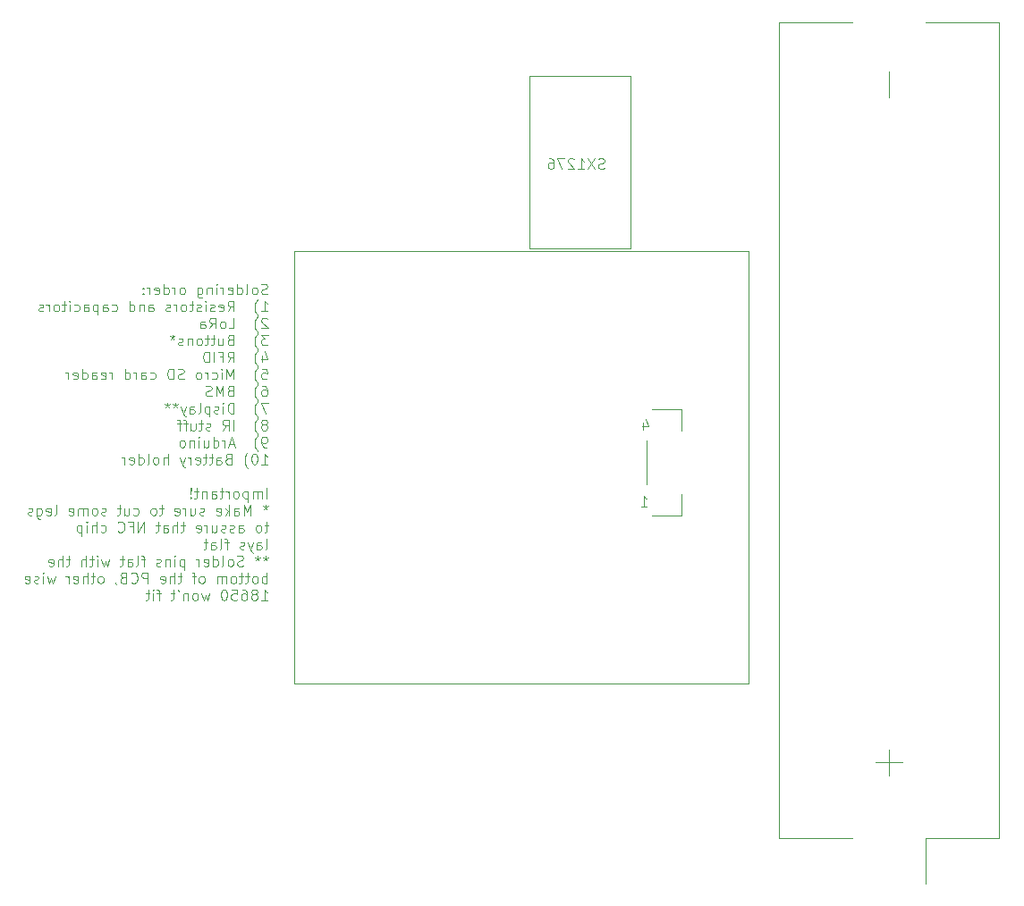
<source format=gbr>
%TF.GenerationSoftware,KiCad,Pcbnew,9.0.0*%
%TF.CreationDate,2025-07-08T12:35:53+02:00*%
%TF.ProjectId,capibarazeroPCB,63617069-6261-4726-917a-65726f504342,rev?*%
%TF.SameCoordinates,Original*%
%TF.FileFunction,Legend,Bot*%
%TF.FilePolarity,Positive*%
%FSLAX46Y46*%
G04 Gerber Fmt 4.6, Leading zero omitted, Abs format (unit mm)*
G04 Created by KiCad (PCBNEW 9.0.0) date 2025-07-08 12:35:53*
%MOMM*%
%LPD*%
G01*
G04 APERTURE LIST*
%ADD10C,0.100000*%
%ADD11C,0.120000*%
G04 APERTURE END LIST*
D10*
X118151734Y-94193808D02*
X118008877Y-94241427D01*
X118008877Y-94241427D02*
X117770782Y-94241427D01*
X117770782Y-94241427D02*
X117675544Y-94193808D01*
X117675544Y-94193808D02*
X117627925Y-94146188D01*
X117627925Y-94146188D02*
X117580306Y-94050950D01*
X117580306Y-94050950D02*
X117580306Y-93955712D01*
X117580306Y-93955712D02*
X117627925Y-93860474D01*
X117627925Y-93860474D02*
X117675544Y-93812855D01*
X117675544Y-93812855D02*
X117770782Y-93765236D01*
X117770782Y-93765236D02*
X117961258Y-93717617D01*
X117961258Y-93717617D02*
X118056496Y-93669998D01*
X118056496Y-93669998D02*
X118104115Y-93622379D01*
X118104115Y-93622379D02*
X118151734Y-93527141D01*
X118151734Y-93527141D02*
X118151734Y-93431903D01*
X118151734Y-93431903D02*
X118104115Y-93336665D01*
X118104115Y-93336665D02*
X118056496Y-93289046D01*
X118056496Y-93289046D02*
X117961258Y-93241427D01*
X117961258Y-93241427D02*
X117723163Y-93241427D01*
X117723163Y-93241427D02*
X117580306Y-93289046D01*
X117008877Y-94241427D02*
X117104115Y-94193808D01*
X117104115Y-94193808D02*
X117151734Y-94146188D01*
X117151734Y-94146188D02*
X117199353Y-94050950D01*
X117199353Y-94050950D02*
X117199353Y-93765236D01*
X117199353Y-93765236D02*
X117151734Y-93669998D01*
X117151734Y-93669998D02*
X117104115Y-93622379D01*
X117104115Y-93622379D02*
X117008877Y-93574760D01*
X117008877Y-93574760D02*
X116866020Y-93574760D01*
X116866020Y-93574760D02*
X116770782Y-93622379D01*
X116770782Y-93622379D02*
X116723163Y-93669998D01*
X116723163Y-93669998D02*
X116675544Y-93765236D01*
X116675544Y-93765236D02*
X116675544Y-94050950D01*
X116675544Y-94050950D02*
X116723163Y-94146188D01*
X116723163Y-94146188D02*
X116770782Y-94193808D01*
X116770782Y-94193808D02*
X116866020Y-94241427D01*
X116866020Y-94241427D02*
X117008877Y-94241427D01*
X116104115Y-94241427D02*
X116199353Y-94193808D01*
X116199353Y-94193808D02*
X116246972Y-94098569D01*
X116246972Y-94098569D02*
X116246972Y-93241427D01*
X115294591Y-94241427D02*
X115294591Y-93241427D01*
X115294591Y-94193808D02*
X115389829Y-94241427D01*
X115389829Y-94241427D02*
X115580305Y-94241427D01*
X115580305Y-94241427D02*
X115675543Y-94193808D01*
X115675543Y-94193808D02*
X115723162Y-94146188D01*
X115723162Y-94146188D02*
X115770781Y-94050950D01*
X115770781Y-94050950D02*
X115770781Y-93765236D01*
X115770781Y-93765236D02*
X115723162Y-93669998D01*
X115723162Y-93669998D02*
X115675543Y-93622379D01*
X115675543Y-93622379D02*
X115580305Y-93574760D01*
X115580305Y-93574760D02*
X115389829Y-93574760D01*
X115389829Y-93574760D02*
X115294591Y-93622379D01*
X114437448Y-94193808D02*
X114532686Y-94241427D01*
X114532686Y-94241427D02*
X114723162Y-94241427D01*
X114723162Y-94241427D02*
X114818400Y-94193808D01*
X114818400Y-94193808D02*
X114866019Y-94098569D01*
X114866019Y-94098569D02*
X114866019Y-93717617D01*
X114866019Y-93717617D02*
X114818400Y-93622379D01*
X114818400Y-93622379D02*
X114723162Y-93574760D01*
X114723162Y-93574760D02*
X114532686Y-93574760D01*
X114532686Y-93574760D02*
X114437448Y-93622379D01*
X114437448Y-93622379D02*
X114389829Y-93717617D01*
X114389829Y-93717617D02*
X114389829Y-93812855D01*
X114389829Y-93812855D02*
X114866019Y-93908093D01*
X113961257Y-94241427D02*
X113961257Y-93574760D01*
X113961257Y-93765236D02*
X113913638Y-93669998D01*
X113913638Y-93669998D02*
X113866019Y-93622379D01*
X113866019Y-93622379D02*
X113770781Y-93574760D01*
X113770781Y-93574760D02*
X113675543Y-93574760D01*
X113342209Y-94241427D02*
X113342209Y-93574760D01*
X113342209Y-93241427D02*
X113389828Y-93289046D01*
X113389828Y-93289046D02*
X113342209Y-93336665D01*
X113342209Y-93336665D02*
X113294590Y-93289046D01*
X113294590Y-93289046D02*
X113342209Y-93241427D01*
X113342209Y-93241427D02*
X113342209Y-93336665D01*
X112866019Y-93574760D02*
X112866019Y-94241427D01*
X112866019Y-93669998D02*
X112818400Y-93622379D01*
X112818400Y-93622379D02*
X112723162Y-93574760D01*
X112723162Y-93574760D02*
X112580305Y-93574760D01*
X112580305Y-93574760D02*
X112485067Y-93622379D01*
X112485067Y-93622379D02*
X112437448Y-93717617D01*
X112437448Y-93717617D02*
X112437448Y-94241427D01*
X111532686Y-93574760D02*
X111532686Y-94384284D01*
X111532686Y-94384284D02*
X111580305Y-94479522D01*
X111580305Y-94479522D02*
X111627924Y-94527141D01*
X111627924Y-94527141D02*
X111723162Y-94574760D01*
X111723162Y-94574760D02*
X111866019Y-94574760D01*
X111866019Y-94574760D02*
X111961257Y-94527141D01*
X111532686Y-94193808D02*
X111627924Y-94241427D01*
X111627924Y-94241427D02*
X111818400Y-94241427D01*
X111818400Y-94241427D02*
X111913638Y-94193808D01*
X111913638Y-94193808D02*
X111961257Y-94146188D01*
X111961257Y-94146188D02*
X112008876Y-94050950D01*
X112008876Y-94050950D02*
X112008876Y-93765236D01*
X112008876Y-93765236D02*
X111961257Y-93669998D01*
X111961257Y-93669998D02*
X111913638Y-93622379D01*
X111913638Y-93622379D02*
X111818400Y-93574760D01*
X111818400Y-93574760D02*
X111627924Y-93574760D01*
X111627924Y-93574760D02*
X111532686Y-93622379D01*
X110151733Y-94241427D02*
X110246971Y-94193808D01*
X110246971Y-94193808D02*
X110294590Y-94146188D01*
X110294590Y-94146188D02*
X110342209Y-94050950D01*
X110342209Y-94050950D02*
X110342209Y-93765236D01*
X110342209Y-93765236D02*
X110294590Y-93669998D01*
X110294590Y-93669998D02*
X110246971Y-93622379D01*
X110246971Y-93622379D02*
X110151733Y-93574760D01*
X110151733Y-93574760D02*
X110008876Y-93574760D01*
X110008876Y-93574760D02*
X109913638Y-93622379D01*
X109913638Y-93622379D02*
X109866019Y-93669998D01*
X109866019Y-93669998D02*
X109818400Y-93765236D01*
X109818400Y-93765236D02*
X109818400Y-94050950D01*
X109818400Y-94050950D02*
X109866019Y-94146188D01*
X109866019Y-94146188D02*
X109913638Y-94193808D01*
X109913638Y-94193808D02*
X110008876Y-94241427D01*
X110008876Y-94241427D02*
X110151733Y-94241427D01*
X109389828Y-94241427D02*
X109389828Y-93574760D01*
X109389828Y-93765236D02*
X109342209Y-93669998D01*
X109342209Y-93669998D02*
X109294590Y-93622379D01*
X109294590Y-93622379D02*
X109199352Y-93574760D01*
X109199352Y-93574760D02*
X109104114Y-93574760D01*
X108342209Y-94241427D02*
X108342209Y-93241427D01*
X108342209Y-94193808D02*
X108437447Y-94241427D01*
X108437447Y-94241427D02*
X108627923Y-94241427D01*
X108627923Y-94241427D02*
X108723161Y-94193808D01*
X108723161Y-94193808D02*
X108770780Y-94146188D01*
X108770780Y-94146188D02*
X108818399Y-94050950D01*
X108818399Y-94050950D02*
X108818399Y-93765236D01*
X108818399Y-93765236D02*
X108770780Y-93669998D01*
X108770780Y-93669998D02*
X108723161Y-93622379D01*
X108723161Y-93622379D02*
X108627923Y-93574760D01*
X108627923Y-93574760D02*
X108437447Y-93574760D01*
X108437447Y-93574760D02*
X108342209Y-93622379D01*
X107485066Y-94193808D02*
X107580304Y-94241427D01*
X107580304Y-94241427D02*
X107770780Y-94241427D01*
X107770780Y-94241427D02*
X107866018Y-94193808D01*
X107866018Y-94193808D02*
X107913637Y-94098569D01*
X107913637Y-94098569D02*
X107913637Y-93717617D01*
X107913637Y-93717617D02*
X107866018Y-93622379D01*
X107866018Y-93622379D02*
X107770780Y-93574760D01*
X107770780Y-93574760D02*
X107580304Y-93574760D01*
X107580304Y-93574760D02*
X107485066Y-93622379D01*
X107485066Y-93622379D02*
X107437447Y-93717617D01*
X107437447Y-93717617D02*
X107437447Y-93812855D01*
X107437447Y-93812855D02*
X107913637Y-93908093D01*
X107008875Y-94241427D02*
X107008875Y-93574760D01*
X107008875Y-93765236D02*
X106961256Y-93669998D01*
X106961256Y-93669998D02*
X106913637Y-93622379D01*
X106913637Y-93622379D02*
X106818399Y-93574760D01*
X106818399Y-93574760D02*
X106723161Y-93574760D01*
X106389827Y-94146188D02*
X106342208Y-94193808D01*
X106342208Y-94193808D02*
X106389827Y-94241427D01*
X106389827Y-94241427D02*
X106437446Y-94193808D01*
X106437446Y-94193808D02*
X106389827Y-94146188D01*
X106389827Y-94146188D02*
X106389827Y-94241427D01*
X106389827Y-93622379D02*
X106342208Y-93669998D01*
X106342208Y-93669998D02*
X106389827Y-93717617D01*
X106389827Y-93717617D02*
X106437446Y-93669998D01*
X106437446Y-93669998D02*
X106389827Y-93622379D01*
X106389827Y-93622379D02*
X106389827Y-93717617D01*
X117580306Y-95851371D02*
X118151734Y-95851371D01*
X117866020Y-95851371D02*
X117866020Y-94851371D01*
X117866020Y-94851371D02*
X117961258Y-94994228D01*
X117961258Y-94994228D02*
X118056496Y-95089466D01*
X118056496Y-95089466D02*
X118151734Y-95137085D01*
X117246972Y-96232323D02*
X117199353Y-96184704D01*
X117199353Y-96184704D02*
X117104115Y-96041847D01*
X117104115Y-96041847D02*
X117056496Y-95946609D01*
X117056496Y-95946609D02*
X117008877Y-95803752D01*
X117008877Y-95803752D02*
X116961258Y-95565656D01*
X116961258Y-95565656D02*
X116961258Y-95375180D01*
X116961258Y-95375180D02*
X117008877Y-95137085D01*
X117008877Y-95137085D02*
X117056496Y-94994228D01*
X117056496Y-94994228D02*
X117104115Y-94898990D01*
X117104115Y-94898990D02*
X117199353Y-94756132D01*
X117199353Y-94756132D02*
X117246972Y-94708513D01*
X114389829Y-95851371D02*
X114723162Y-95375180D01*
X114961257Y-95851371D02*
X114961257Y-94851371D01*
X114961257Y-94851371D02*
X114580305Y-94851371D01*
X114580305Y-94851371D02*
X114485067Y-94898990D01*
X114485067Y-94898990D02*
X114437448Y-94946609D01*
X114437448Y-94946609D02*
X114389829Y-95041847D01*
X114389829Y-95041847D02*
X114389829Y-95184704D01*
X114389829Y-95184704D02*
X114437448Y-95279942D01*
X114437448Y-95279942D02*
X114485067Y-95327561D01*
X114485067Y-95327561D02*
X114580305Y-95375180D01*
X114580305Y-95375180D02*
X114961257Y-95375180D01*
X113580305Y-95803752D02*
X113675543Y-95851371D01*
X113675543Y-95851371D02*
X113866019Y-95851371D01*
X113866019Y-95851371D02*
X113961257Y-95803752D01*
X113961257Y-95803752D02*
X114008876Y-95708513D01*
X114008876Y-95708513D02*
X114008876Y-95327561D01*
X114008876Y-95327561D02*
X113961257Y-95232323D01*
X113961257Y-95232323D02*
X113866019Y-95184704D01*
X113866019Y-95184704D02*
X113675543Y-95184704D01*
X113675543Y-95184704D02*
X113580305Y-95232323D01*
X113580305Y-95232323D02*
X113532686Y-95327561D01*
X113532686Y-95327561D02*
X113532686Y-95422799D01*
X113532686Y-95422799D02*
X114008876Y-95518037D01*
X113151733Y-95803752D02*
X113056495Y-95851371D01*
X113056495Y-95851371D02*
X112866019Y-95851371D01*
X112866019Y-95851371D02*
X112770781Y-95803752D01*
X112770781Y-95803752D02*
X112723162Y-95708513D01*
X112723162Y-95708513D02*
X112723162Y-95660894D01*
X112723162Y-95660894D02*
X112770781Y-95565656D01*
X112770781Y-95565656D02*
X112866019Y-95518037D01*
X112866019Y-95518037D02*
X113008876Y-95518037D01*
X113008876Y-95518037D02*
X113104114Y-95470418D01*
X113104114Y-95470418D02*
X113151733Y-95375180D01*
X113151733Y-95375180D02*
X113151733Y-95327561D01*
X113151733Y-95327561D02*
X113104114Y-95232323D01*
X113104114Y-95232323D02*
X113008876Y-95184704D01*
X113008876Y-95184704D02*
X112866019Y-95184704D01*
X112866019Y-95184704D02*
X112770781Y-95232323D01*
X112294590Y-95851371D02*
X112294590Y-95184704D01*
X112294590Y-94851371D02*
X112342209Y-94898990D01*
X112342209Y-94898990D02*
X112294590Y-94946609D01*
X112294590Y-94946609D02*
X112246971Y-94898990D01*
X112246971Y-94898990D02*
X112294590Y-94851371D01*
X112294590Y-94851371D02*
X112294590Y-94946609D01*
X111866019Y-95803752D02*
X111770781Y-95851371D01*
X111770781Y-95851371D02*
X111580305Y-95851371D01*
X111580305Y-95851371D02*
X111485067Y-95803752D01*
X111485067Y-95803752D02*
X111437448Y-95708513D01*
X111437448Y-95708513D02*
X111437448Y-95660894D01*
X111437448Y-95660894D02*
X111485067Y-95565656D01*
X111485067Y-95565656D02*
X111580305Y-95518037D01*
X111580305Y-95518037D02*
X111723162Y-95518037D01*
X111723162Y-95518037D02*
X111818400Y-95470418D01*
X111818400Y-95470418D02*
X111866019Y-95375180D01*
X111866019Y-95375180D02*
X111866019Y-95327561D01*
X111866019Y-95327561D02*
X111818400Y-95232323D01*
X111818400Y-95232323D02*
X111723162Y-95184704D01*
X111723162Y-95184704D02*
X111580305Y-95184704D01*
X111580305Y-95184704D02*
X111485067Y-95232323D01*
X111151733Y-95184704D02*
X110770781Y-95184704D01*
X111008876Y-94851371D02*
X111008876Y-95708513D01*
X111008876Y-95708513D02*
X110961257Y-95803752D01*
X110961257Y-95803752D02*
X110866019Y-95851371D01*
X110866019Y-95851371D02*
X110770781Y-95851371D01*
X110294590Y-95851371D02*
X110389828Y-95803752D01*
X110389828Y-95803752D02*
X110437447Y-95756132D01*
X110437447Y-95756132D02*
X110485066Y-95660894D01*
X110485066Y-95660894D02*
X110485066Y-95375180D01*
X110485066Y-95375180D02*
X110437447Y-95279942D01*
X110437447Y-95279942D02*
X110389828Y-95232323D01*
X110389828Y-95232323D02*
X110294590Y-95184704D01*
X110294590Y-95184704D02*
X110151733Y-95184704D01*
X110151733Y-95184704D02*
X110056495Y-95232323D01*
X110056495Y-95232323D02*
X110008876Y-95279942D01*
X110008876Y-95279942D02*
X109961257Y-95375180D01*
X109961257Y-95375180D02*
X109961257Y-95660894D01*
X109961257Y-95660894D02*
X110008876Y-95756132D01*
X110008876Y-95756132D02*
X110056495Y-95803752D01*
X110056495Y-95803752D02*
X110151733Y-95851371D01*
X110151733Y-95851371D02*
X110294590Y-95851371D01*
X109532685Y-95851371D02*
X109532685Y-95184704D01*
X109532685Y-95375180D02*
X109485066Y-95279942D01*
X109485066Y-95279942D02*
X109437447Y-95232323D01*
X109437447Y-95232323D02*
X109342209Y-95184704D01*
X109342209Y-95184704D02*
X109246971Y-95184704D01*
X108961256Y-95803752D02*
X108866018Y-95851371D01*
X108866018Y-95851371D02*
X108675542Y-95851371D01*
X108675542Y-95851371D02*
X108580304Y-95803752D01*
X108580304Y-95803752D02*
X108532685Y-95708513D01*
X108532685Y-95708513D02*
X108532685Y-95660894D01*
X108532685Y-95660894D02*
X108580304Y-95565656D01*
X108580304Y-95565656D02*
X108675542Y-95518037D01*
X108675542Y-95518037D02*
X108818399Y-95518037D01*
X108818399Y-95518037D02*
X108913637Y-95470418D01*
X108913637Y-95470418D02*
X108961256Y-95375180D01*
X108961256Y-95375180D02*
X108961256Y-95327561D01*
X108961256Y-95327561D02*
X108913637Y-95232323D01*
X108913637Y-95232323D02*
X108818399Y-95184704D01*
X108818399Y-95184704D02*
X108675542Y-95184704D01*
X108675542Y-95184704D02*
X108580304Y-95232323D01*
X106913637Y-95851371D02*
X106913637Y-95327561D01*
X106913637Y-95327561D02*
X106961256Y-95232323D01*
X106961256Y-95232323D02*
X107056494Y-95184704D01*
X107056494Y-95184704D02*
X107246970Y-95184704D01*
X107246970Y-95184704D02*
X107342208Y-95232323D01*
X106913637Y-95803752D02*
X107008875Y-95851371D01*
X107008875Y-95851371D02*
X107246970Y-95851371D01*
X107246970Y-95851371D02*
X107342208Y-95803752D01*
X107342208Y-95803752D02*
X107389827Y-95708513D01*
X107389827Y-95708513D02*
X107389827Y-95613275D01*
X107389827Y-95613275D02*
X107342208Y-95518037D01*
X107342208Y-95518037D02*
X107246970Y-95470418D01*
X107246970Y-95470418D02*
X107008875Y-95470418D01*
X107008875Y-95470418D02*
X106913637Y-95422799D01*
X106437446Y-95184704D02*
X106437446Y-95851371D01*
X106437446Y-95279942D02*
X106389827Y-95232323D01*
X106389827Y-95232323D02*
X106294589Y-95184704D01*
X106294589Y-95184704D02*
X106151732Y-95184704D01*
X106151732Y-95184704D02*
X106056494Y-95232323D01*
X106056494Y-95232323D02*
X106008875Y-95327561D01*
X106008875Y-95327561D02*
X106008875Y-95851371D01*
X105104113Y-95851371D02*
X105104113Y-94851371D01*
X105104113Y-95803752D02*
X105199351Y-95851371D01*
X105199351Y-95851371D02*
X105389827Y-95851371D01*
X105389827Y-95851371D02*
X105485065Y-95803752D01*
X105485065Y-95803752D02*
X105532684Y-95756132D01*
X105532684Y-95756132D02*
X105580303Y-95660894D01*
X105580303Y-95660894D02*
X105580303Y-95375180D01*
X105580303Y-95375180D02*
X105532684Y-95279942D01*
X105532684Y-95279942D02*
X105485065Y-95232323D01*
X105485065Y-95232323D02*
X105389827Y-95184704D01*
X105389827Y-95184704D02*
X105199351Y-95184704D01*
X105199351Y-95184704D02*
X105104113Y-95232323D01*
X103437446Y-95803752D02*
X103532684Y-95851371D01*
X103532684Y-95851371D02*
X103723160Y-95851371D01*
X103723160Y-95851371D02*
X103818398Y-95803752D01*
X103818398Y-95803752D02*
X103866017Y-95756132D01*
X103866017Y-95756132D02*
X103913636Y-95660894D01*
X103913636Y-95660894D02*
X103913636Y-95375180D01*
X103913636Y-95375180D02*
X103866017Y-95279942D01*
X103866017Y-95279942D02*
X103818398Y-95232323D01*
X103818398Y-95232323D02*
X103723160Y-95184704D01*
X103723160Y-95184704D02*
X103532684Y-95184704D01*
X103532684Y-95184704D02*
X103437446Y-95232323D01*
X102580303Y-95851371D02*
X102580303Y-95327561D01*
X102580303Y-95327561D02*
X102627922Y-95232323D01*
X102627922Y-95232323D02*
X102723160Y-95184704D01*
X102723160Y-95184704D02*
X102913636Y-95184704D01*
X102913636Y-95184704D02*
X103008874Y-95232323D01*
X102580303Y-95803752D02*
X102675541Y-95851371D01*
X102675541Y-95851371D02*
X102913636Y-95851371D01*
X102913636Y-95851371D02*
X103008874Y-95803752D01*
X103008874Y-95803752D02*
X103056493Y-95708513D01*
X103056493Y-95708513D02*
X103056493Y-95613275D01*
X103056493Y-95613275D02*
X103008874Y-95518037D01*
X103008874Y-95518037D02*
X102913636Y-95470418D01*
X102913636Y-95470418D02*
X102675541Y-95470418D01*
X102675541Y-95470418D02*
X102580303Y-95422799D01*
X102104112Y-95184704D02*
X102104112Y-96184704D01*
X102104112Y-95232323D02*
X102008874Y-95184704D01*
X102008874Y-95184704D02*
X101818398Y-95184704D01*
X101818398Y-95184704D02*
X101723160Y-95232323D01*
X101723160Y-95232323D02*
X101675541Y-95279942D01*
X101675541Y-95279942D02*
X101627922Y-95375180D01*
X101627922Y-95375180D02*
X101627922Y-95660894D01*
X101627922Y-95660894D02*
X101675541Y-95756132D01*
X101675541Y-95756132D02*
X101723160Y-95803752D01*
X101723160Y-95803752D02*
X101818398Y-95851371D01*
X101818398Y-95851371D02*
X102008874Y-95851371D01*
X102008874Y-95851371D02*
X102104112Y-95803752D01*
X100770779Y-95851371D02*
X100770779Y-95327561D01*
X100770779Y-95327561D02*
X100818398Y-95232323D01*
X100818398Y-95232323D02*
X100913636Y-95184704D01*
X100913636Y-95184704D02*
X101104112Y-95184704D01*
X101104112Y-95184704D02*
X101199350Y-95232323D01*
X100770779Y-95803752D02*
X100866017Y-95851371D01*
X100866017Y-95851371D02*
X101104112Y-95851371D01*
X101104112Y-95851371D02*
X101199350Y-95803752D01*
X101199350Y-95803752D02*
X101246969Y-95708513D01*
X101246969Y-95708513D02*
X101246969Y-95613275D01*
X101246969Y-95613275D02*
X101199350Y-95518037D01*
X101199350Y-95518037D02*
X101104112Y-95470418D01*
X101104112Y-95470418D02*
X100866017Y-95470418D01*
X100866017Y-95470418D02*
X100770779Y-95422799D01*
X99866017Y-95803752D02*
X99961255Y-95851371D01*
X99961255Y-95851371D02*
X100151731Y-95851371D01*
X100151731Y-95851371D02*
X100246969Y-95803752D01*
X100246969Y-95803752D02*
X100294588Y-95756132D01*
X100294588Y-95756132D02*
X100342207Y-95660894D01*
X100342207Y-95660894D02*
X100342207Y-95375180D01*
X100342207Y-95375180D02*
X100294588Y-95279942D01*
X100294588Y-95279942D02*
X100246969Y-95232323D01*
X100246969Y-95232323D02*
X100151731Y-95184704D01*
X100151731Y-95184704D02*
X99961255Y-95184704D01*
X99961255Y-95184704D02*
X99866017Y-95232323D01*
X99437445Y-95851371D02*
X99437445Y-95184704D01*
X99437445Y-94851371D02*
X99485064Y-94898990D01*
X99485064Y-94898990D02*
X99437445Y-94946609D01*
X99437445Y-94946609D02*
X99389826Y-94898990D01*
X99389826Y-94898990D02*
X99437445Y-94851371D01*
X99437445Y-94851371D02*
X99437445Y-94946609D01*
X99104112Y-95184704D02*
X98723160Y-95184704D01*
X98961255Y-94851371D02*
X98961255Y-95708513D01*
X98961255Y-95708513D02*
X98913636Y-95803752D01*
X98913636Y-95803752D02*
X98818398Y-95851371D01*
X98818398Y-95851371D02*
X98723160Y-95851371D01*
X98246969Y-95851371D02*
X98342207Y-95803752D01*
X98342207Y-95803752D02*
X98389826Y-95756132D01*
X98389826Y-95756132D02*
X98437445Y-95660894D01*
X98437445Y-95660894D02*
X98437445Y-95375180D01*
X98437445Y-95375180D02*
X98389826Y-95279942D01*
X98389826Y-95279942D02*
X98342207Y-95232323D01*
X98342207Y-95232323D02*
X98246969Y-95184704D01*
X98246969Y-95184704D02*
X98104112Y-95184704D01*
X98104112Y-95184704D02*
X98008874Y-95232323D01*
X98008874Y-95232323D02*
X97961255Y-95279942D01*
X97961255Y-95279942D02*
X97913636Y-95375180D01*
X97913636Y-95375180D02*
X97913636Y-95660894D01*
X97913636Y-95660894D02*
X97961255Y-95756132D01*
X97961255Y-95756132D02*
X98008874Y-95803752D01*
X98008874Y-95803752D02*
X98104112Y-95851371D01*
X98104112Y-95851371D02*
X98246969Y-95851371D01*
X97485064Y-95851371D02*
X97485064Y-95184704D01*
X97485064Y-95375180D02*
X97437445Y-95279942D01*
X97437445Y-95279942D02*
X97389826Y-95232323D01*
X97389826Y-95232323D02*
X97294588Y-95184704D01*
X97294588Y-95184704D02*
X97199350Y-95184704D01*
X96913635Y-95803752D02*
X96818397Y-95851371D01*
X96818397Y-95851371D02*
X96627921Y-95851371D01*
X96627921Y-95851371D02*
X96532683Y-95803752D01*
X96532683Y-95803752D02*
X96485064Y-95708513D01*
X96485064Y-95708513D02*
X96485064Y-95660894D01*
X96485064Y-95660894D02*
X96532683Y-95565656D01*
X96532683Y-95565656D02*
X96627921Y-95518037D01*
X96627921Y-95518037D02*
X96770778Y-95518037D01*
X96770778Y-95518037D02*
X96866016Y-95470418D01*
X96866016Y-95470418D02*
X96913635Y-95375180D01*
X96913635Y-95375180D02*
X96913635Y-95327561D01*
X96913635Y-95327561D02*
X96866016Y-95232323D01*
X96866016Y-95232323D02*
X96770778Y-95184704D01*
X96770778Y-95184704D02*
X96627921Y-95184704D01*
X96627921Y-95184704D02*
X96532683Y-95232323D01*
X118151734Y-96556553D02*
X118104115Y-96508934D01*
X118104115Y-96508934D02*
X118008877Y-96461315D01*
X118008877Y-96461315D02*
X117770782Y-96461315D01*
X117770782Y-96461315D02*
X117675544Y-96508934D01*
X117675544Y-96508934D02*
X117627925Y-96556553D01*
X117627925Y-96556553D02*
X117580306Y-96651791D01*
X117580306Y-96651791D02*
X117580306Y-96747029D01*
X117580306Y-96747029D02*
X117627925Y-96889886D01*
X117627925Y-96889886D02*
X118199353Y-97461315D01*
X118199353Y-97461315D02*
X117580306Y-97461315D01*
X117246972Y-97842267D02*
X117199353Y-97794648D01*
X117199353Y-97794648D02*
X117104115Y-97651791D01*
X117104115Y-97651791D02*
X117056496Y-97556553D01*
X117056496Y-97556553D02*
X117008877Y-97413696D01*
X117008877Y-97413696D02*
X116961258Y-97175600D01*
X116961258Y-97175600D02*
X116961258Y-96985124D01*
X116961258Y-96985124D02*
X117008877Y-96747029D01*
X117008877Y-96747029D02*
X117056496Y-96604172D01*
X117056496Y-96604172D02*
X117104115Y-96508934D01*
X117104115Y-96508934D02*
X117199353Y-96366076D01*
X117199353Y-96366076D02*
X117246972Y-96318457D01*
X114485067Y-97461315D02*
X114961257Y-97461315D01*
X114961257Y-97461315D02*
X114961257Y-96461315D01*
X114008876Y-97461315D02*
X114104114Y-97413696D01*
X114104114Y-97413696D02*
X114151733Y-97366076D01*
X114151733Y-97366076D02*
X114199352Y-97270838D01*
X114199352Y-97270838D02*
X114199352Y-96985124D01*
X114199352Y-96985124D02*
X114151733Y-96889886D01*
X114151733Y-96889886D02*
X114104114Y-96842267D01*
X114104114Y-96842267D02*
X114008876Y-96794648D01*
X114008876Y-96794648D02*
X113866019Y-96794648D01*
X113866019Y-96794648D02*
X113770781Y-96842267D01*
X113770781Y-96842267D02*
X113723162Y-96889886D01*
X113723162Y-96889886D02*
X113675543Y-96985124D01*
X113675543Y-96985124D02*
X113675543Y-97270838D01*
X113675543Y-97270838D02*
X113723162Y-97366076D01*
X113723162Y-97366076D02*
X113770781Y-97413696D01*
X113770781Y-97413696D02*
X113866019Y-97461315D01*
X113866019Y-97461315D02*
X114008876Y-97461315D01*
X112675543Y-97461315D02*
X113008876Y-96985124D01*
X113246971Y-97461315D02*
X113246971Y-96461315D01*
X113246971Y-96461315D02*
X112866019Y-96461315D01*
X112866019Y-96461315D02*
X112770781Y-96508934D01*
X112770781Y-96508934D02*
X112723162Y-96556553D01*
X112723162Y-96556553D02*
X112675543Y-96651791D01*
X112675543Y-96651791D02*
X112675543Y-96794648D01*
X112675543Y-96794648D02*
X112723162Y-96889886D01*
X112723162Y-96889886D02*
X112770781Y-96937505D01*
X112770781Y-96937505D02*
X112866019Y-96985124D01*
X112866019Y-96985124D02*
X113246971Y-96985124D01*
X111818400Y-97461315D02*
X111818400Y-96937505D01*
X111818400Y-96937505D02*
X111866019Y-96842267D01*
X111866019Y-96842267D02*
X111961257Y-96794648D01*
X111961257Y-96794648D02*
X112151733Y-96794648D01*
X112151733Y-96794648D02*
X112246971Y-96842267D01*
X111818400Y-97413696D02*
X111913638Y-97461315D01*
X111913638Y-97461315D02*
X112151733Y-97461315D01*
X112151733Y-97461315D02*
X112246971Y-97413696D01*
X112246971Y-97413696D02*
X112294590Y-97318457D01*
X112294590Y-97318457D02*
X112294590Y-97223219D01*
X112294590Y-97223219D02*
X112246971Y-97127981D01*
X112246971Y-97127981D02*
X112151733Y-97080362D01*
X112151733Y-97080362D02*
X111913638Y-97080362D01*
X111913638Y-97080362D02*
X111818400Y-97032743D01*
X118199353Y-98071259D02*
X117580306Y-98071259D01*
X117580306Y-98071259D02*
X117913639Y-98452211D01*
X117913639Y-98452211D02*
X117770782Y-98452211D01*
X117770782Y-98452211D02*
X117675544Y-98499830D01*
X117675544Y-98499830D02*
X117627925Y-98547449D01*
X117627925Y-98547449D02*
X117580306Y-98642687D01*
X117580306Y-98642687D02*
X117580306Y-98880782D01*
X117580306Y-98880782D02*
X117627925Y-98976020D01*
X117627925Y-98976020D02*
X117675544Y-99023640D01*
X117675544Y-99023640D02*
X117770782Y-99071259D01*
X117770782Y-99071259D02*
X118056496Y-99071259D01*
X118056496Y-99071259D02*
X118151734Y-99023640D01*
X118151734Y-99023640D02*
X118199353Y-98976020D01*
X117246972Y-99452211D02*
X117199353Y-99404592D01*
X117199353Y-99404592D02*
X117104115Y-99261735D01*
X117104115Y-99261735D02*
X117056496Y-99166497D01*
X117056496Y-99166497D02*
X117008877Y-99023640D01*
X117008877Y-99023640D02*
X116961258Y-98785544D01*
X116961258Y-98785544D02*
X116961258Y-98595068D01*
X116961258Y-98595068D02*
X117008877Y-98356973D01*
X117008877Y-98356973D02*
X117056496Y-98214116D01*
X117056496Y-98214116D02*
X117104115Y-98118878D01*
X117104115Y-98118878D02*
X117199353Y-97976020D01*
X117199353Y-97976020D02*
X117246972Y-97928401D01*
X114627924Y-98547449D02*
X114485067Y-98595068D01*
X114485067Y-98595068D02*
X114437448Y-98642687D01*
X114437448Y-98642687D02*
X114389829Y-98737925D01*
X114389829Y-98737925D02*
X114389829Y-98880782D01*
X114389829Y-98880782D02*
X114437448Y-98976020D01*
X114437448Y-98976020D02*
X114485067Y-99023640D01*
X114485067Y-99023640D02*
X114580305Y-99071259D01*
X114580305Y-99071259D02*
X114961257Y-99071259D01*
X114961257Y-99071259D02*
X114961257Y-98071259D01*
X114961257Y-98071259D02*
X114627924Y-98071259D01*
X114627924Y-98071259D02*
X114532686Y-98118878D01*
X114532686Y-98118878D02*
X114485067Y-98166497D01*
X114485067Y-98166497D02*
X114437448Y-98261735D01*
X114437448Y-98261735D02*
X114437448Y-98356973D01*
X114437448Y-98356973D02*
X114485067Y-98452211D01*
X114485067Y-98452211D02*
X114532686Y-98499830D01*
X114532686Y-98499830D02*
X114627924Y-98547449D01*
X114627924Y-98547449D02*
X114961257Y-98547449D01*
X113532686Y-98404592D02*
X113532686Y-99071259D01*
X113961257Y-98404592D02*
X113961257Y-98928401D01*
X113961257Y-98928401D02*
X113913638Y-99023640D01*
X113913638Y-99023640D02*
X113818400Y-99071259D01*
X113818400Y-99071259D02*
X113675543Y-99071259D01*
X113675543Y-99071259D02*
X113580305Y-99023640D01*
X113580305Y-99023640D02*
X113532686Y-98976020D01*
X113199352Y-98404592D02*
X112818400Y-98404592D01*
X113056495Y-98071259D02*
X113056495Y-98928401D01*
X113056495Y-98928401D02*
X113008876Y-99023640D01*
X113008876Y-99023640D02*
X112913638Y-99071259D01*
X112913638Y-99071259D02*
X112818400Y-99071259D01*
X112627923Y-98404592D02*
X112246971Y-98404592D01*
X112485066Y-98071259D02*
X112485066Y-98928401D01*
X112485066Y-98928401D02*
X112437447Y-99023640D01*
X112437447Y-99023640D02*
X112342209Y-99071259D01*
X112342209Y-99071259D02*
X112246971Y-99071259D01*
X111770780Y-99071259D02*
X111866018Y-99023640D01*
X111866018Y-99023640D02*
X111913637Y-98976020D01*
X111913637Y-98976020D02*
X111961256Y-98880782D01*
X111961256Y-98880782D02*
X111961256Y-98595068D01*
X111961256Y-98595068D02*
X111913637Y-98499830D01*
X111913637Y-98499830D02*
X111866018Y-98452211D01*
X111866018Y-98452211D02*
X111770780Y-98404592D01*
X111770780Y-98404592D02*
X111627923Y-98404592D01*
X111627923Y-98404592D02*
X111532685Y-98452211D01*
X111532685Y-98452211D02*
X111485066Y-98499830D01*
X111485066Y-98499830D02*
X111437447Y-98595068D01*
X111437447Y-98595068D02*
X111437447Y-98880782D01*
X111437447Y-98880782D02*
X111485066Y-98976020D01*
X111485066Y-98976020D02*
X111532685Y-99023640D01*
X111532685Y-99023640D02*
X111627923Y-99071259D01*
X111627923Y-99071259D02*
X111770780Y-99071259D01*
X111008875Y-98404592D02*
X111008875Y-99071259D01*
X111008875Y-98499830D02*
X110961256Y-98452211D01*
X110961256Y-98452211D02*
X110866018Y-98404592D01*
X110866018Y-98404592D02*
X110723161Y-98404592D01*
X110723161Y-98404592D02*
X110627923Y-98452211D01*
X110627923Y-98452211D02*
X110580304Y-98547449D01*
X110580304Y-98547449D02*
X110580304Y-99071259D01*
X110151732Y-99023640D02*
X110056494Y-99071259D01*
X110056494Y-99071259D02*
X109866018Y-99071259D01*
X109866018Y-99071259D02*
X109770780Y-99023640D01*
X109770780Y-99023640D02*
X109723161Y-98928401D01*
X109723161Y-98928401D02*
X109723161Y-98880782D01*
X109723161Y-98880782D02*
X109770780Y-98785544D01*
X109770780Y-98785544D02*
X109866018Y-98737925D01*
X109866018Y-98737925D02*
X110008875Y-98737925D01*
X110008875Y-98737925D02*
X110104113Y-98690306D01*
X110104113Y-98690306D02*
X110151732Y-98595068D01*
X110151732Y-98595068D02*
X110151732Y-98547449D01*
X110151732Y-98547449D02*
X110104113Y-98452211D01*
X110104113Y-98452211D02*
X110008875Y-98404592D01*
X110008875Y-98404592D02*
X109866018Y-98404592D01*
X109866018Y-98404592D02*
X109770780Y-98452211D01*
X109151732Y-98071259D02*
X109151732Y-98309354D01*
X109389827Y-98214116D02*
X109151732Y-98309354D01*
X109151732Y-98309354D02*
X108913637Y-98214116D01*
X109294589Y-98499830D02*
X109151732Y-98309354D01*
X109151732Y-98309354D02*
X109008875Y-98499830D01*
X117675544Y-100014536D02*
X117675544Y-100681203D01*
X117913639Y-99633584D02*
X118151734Y-100347869D01*
X118151734Y-100347869D02*
X117532687Y-100347869D01*
X117246972Y-101062155D02*
X117199353Y-101014536D01*
X117199353Y-101014536D02*
X117104115Y-100871679D01*
X117104115Y-100871679D02*
X117056496Y-100776441D01*
X117056496Y-100776441D02*
X117008877Y-100633584D01*
X117008877Y-100633584D02*
X116961258Y-100395488D01*
X116961258Y-100395488D02*
X116961258Y-100205012D01*
X116961258Y-100205012D02*
X117008877Y-99966917D01*
X117008877Y-99966917D02*
X117056496Y-99824060D01*
X117056496Y-99824060D02*
X117104115Y-99728822D01*
X117104115Y-99728822D02*
X117199353Y-99585964D01*
X117199353Y-99585964D02*
X117246972Y-99538345D01*
X114389829Y-100681203D02*
X114723162Y-100205012D01*
X114961257Y-100681203D02*
X114961257Y-99681203D01*
X114961257Y-99681203D02*
X114580305Y-99681203D01*
X114580305Y-99681203D02*
X114485067Y-99728822D01*
X114485067Y-99728822D02*
X114437448Y-99776441D01*
X114437448Y-99776441D02*
X114389829Y-99871679D01*
X114389829Y-99871679D02*
X114389829Y-100014536D01*
X114389829Y-100014536D02*
X114437448Y-100109774D01*
X114437448Y-100109774D02*
X114485067Y-100157393D01*
X114485067Y-100157393D02*
X114580305Y-100205012D01*
X114580305Y-100205012D02*
X114961257Y-100205012D01*
X113627924Y-100157393D02*
X113961257Y-100157393D01*
X113961257Y-100681203D02*
X113961257Y-99681203D01*
X113961257Y-99681203D02*
X113485067Y-99681203D01*
X113104114Y-100681203D02*
X113104114Y-99681203D01*
X112627924Y-100681203D02*
X112627924Y-99681203D01*
X112627924Y-99681203D02*
X112389829Y-99681203D01*
X112389829Y-99681203D02*
X112246972Y-99728822D01*
X112246972Y-99728822D02*
X112151734Y-99824060D01*
X112151734Y-99824060D02*
X112104115Y-99919298D01*
X112104115Y-99919298D02*
X112056496Y-100109774D01*
X112056496Y-100109774D02*
X112056496Y-100252631D01*
X112056496Y-100252631D02*
X112104115Y-100443107D01*
X112104115Y-100443107D02*
X112151734Y-100538345D01*
X112151734Y-100538345D02*
X112246972Y-100633584D01*
X112246972Y-100633584D02*
X112389829Y-100681203D01*
X112389829Y-100681203D02*
X112627924Y-100681203D01*
X117627925Y-101291147D02*
X118104115Y-101291147D01*
X118104115Y-101291147D02*
X118151734Y-101767337D01*
X118151734Y-101767337D02*
X118104115Y-101719718D01*
X118104115Y-101719718D02*
X118008877Y-101672099D01*
X118008877Y-101672099D02*
X117770782Y-101672099D01*
X117770782Y-101672099D02*
X117675544Y-101719718D01*
X117675544Y-101719718D02*
X117627925Y-101767337D01*
X117627925Y-101767337D02*
X117580306Y-101862575D01*
X117580306Y-101862575D02*
X117580306Y-102100670D01*
X117580306Y-102100670D02*
X117627925Y-102195908D01*
X117627925Y-102195908D02*
X117675544Y-102243528D01*
X117675544Y-102243528D02*
X117770782Y-102291147D01*
X117770782Y-102291147D02*
X118008877Y-102291147D01*
X118008877Y-102291147D02*
X118104115Y-102243528D01*
X118104115Y-102243528D02*
X118151734Y-102195908D01*
X117246972Y-102672099D02*
X117199353Y-102624480D01*
X117199353Y-102624480D02*
X117104115Y-102481623D01*
X117104115Y-102481623D02*
X117056496Y-102386385D01*
X117056496Y-102386385D02*
X117008877Y-102243528D01*
X117008877Y-102243528D02*
X116961258Y-102005432D01*
X116961258Y-102005432D02*
X116961258Y-101814956D01*
X116961258Y-101814956D02*
X117008877Y-101576861D01*
X117008877Y-101576861D02*
X117056496Y-101434004D01*
X117056496Y-101434004D02*
X117104115Y-101338766D01*
X117104115Y-101338766D02*
X117199353Y-101195908D01*
X117199353Y-101195908D02*
X117246972Y-101148289D01*
X114961257Y-102291147D02*
X114961257Y-101291147D01*
X114961257Y-101291147D02*
X114627924Y-102005432D01*
X114627924Y-102005432D02*
X114294591Y-101291147D01*
X114294591Y-101291147D02*
X114294591Y-102291147D01*
X113818400Y-102291147D02*
X113818400Y-101624480D01*
X113818400Y-101291147D02*
X113866019Y-101338766D01*
X113866019Y-101338766D02*
X113818400Y-101386385D01*
X113818400Y-101386385D02*
X113770781Y-101338766D01*
X113770781Y-101338766D02*
X113818400Y-101291147D01*
X113818400Y-101291147D02*
X113818400Y-101386385D01*
X112913639Y-102243528D02*
X113008877Y-102291147D01*
X113008877Y-102291147D02*
X113199353Y-102291147D01*
X113199353Y-102291147D02*
X113294591Y-102243528D01*
X113294591Y-102243528D02*
X113342210Y-102195908D01*
X113342210Y-102195908D02*
X113389829Y-102100670D01*
X113389829Y-102100670D02*
X113389829Y-101814956D01*
X113389829Y-101814956D02*
X113342210Y-101719718D01*
X113342210Y-101719718D02*
X113294591Y-101672099D01*
X113294591Y-101672099D02*
X113199353Y-101624480D01*
X113199353Y-101624480D02*
X113008877Y-101624480D01*
X113008877Y-101624480D02*
X112913639Y-101672099D01*
X112485067Y-102291147D02*
X112485067Y-101624480D01*
X112485067Y-101814956D02*
X112437448Y-101719718D01*
X112437448Y-101719718D02*
X112389829Y-101672099D01*
X112389829Y-101672099D02*
X112294591Y-101624480D01*
X112294591Y-101624480D02*
X112199353Y-101624480D01*
X111723162Y-102291147D02*
X111818400Y-102243528D01*
X111818400Y-102243528D02*
X111866019Y-102195908D01*
X111866019Y-102195908D02*
X111913638Y-102100670D01*
X111913638Y-102100670D02*
X111913638Y-101814956D01*
X111913638Y-101814956D02*
X111866019Y-101719718D01*
X111866019Y-101719718D02*
X111818400Y-101672099D01*
X111818400Y-101672099D02*
X111723162Y-101624480D01*
X111723162Y-101624480D02*
X111580305Y-101624480D01*
X111580305Y-101624480D02*
X111485067Y-101672099D01*
X111485067Y-101672099D02*
X111437448Y-101719718D01*
X111437448Y-101719718D02*
X111389829Y-101814956D01*
X111389829Y-101814956D02*
X111389829Y-102100670D01*
X111389829Y-102100670D02*
X111437448Y-102195908D01*
X111437448Y-102195908D02*
X111485067Y-102243528D01*
X111485067Y-102243528D02*
X111580305Y-102291147D01*
X111580305Y-102291147D02*
X111723162Y-102291147D01*
X110246971Y-102243528D02*
X110104114Y-102291147D01*
X110104114Y-102291147D02*
X109866019Y-102291147D01*
X109866019Y-102291147D02*
X109770781Y-102243528D01*
X109770781Y-102243528D02*
X109723162Y-102195908D01*
X109723162Y-102195908D02*
X109675543Y-102100670D01*
X109675543Y-102100670D02*
X109675543Y-102005432D01*
X109675543Y-102005432D02*
X109723162Y-101910194D01*
X109723162Y-101910194D02*
X109770781Y-101862575D01*
X109770781Y-101862575D02*
X109866019Y-101814956D01*
X109866019Y-101814956D02*
X110056495Y-101767337D01*
X110056495Y-101767337D02*
X110151733Y-101719718D01*
X110151733Y-101719718D02*
X110199352Y-101672099D01*
X110199352Y-101672099D02*
X110246971Y-101576861D01*
X110246971Y-101576861D02*
X110246971Y-101481623D01*
X110246971Y-101481623D02*
X110199352Y-101386385D01*
X110199352Y-101386385D02*
X110151733Y-101338766D01*
X110151733Y-101338766D02*
X110056495Y-101291147D01*
X110056495Y-101291147D02*
X109818400Y-101291147D01*
X109818400Y-101291147D02*
X109675543Y-101338766D01*
X109246971Y-102291147D02*
X109246971Y-101291147D01*
X109246971Y-101291147D02*
X109008876Y-101291147D01*
X109008876Y-101291147D02*
X108866019Y-101338766D01*
X108866019Y-101338766D02*
X108770781Y-101434004D01*
X108770781Y-101434004D02*
X108723162Y-101529242D01*
X108723162Y-101529242D02*
X108675543Y-101719718D01*
X108675543Y-101719718D02*
X108675543Y-101862575D01*
X108675543Y-101862575D02*
X108723162Y-102053051D01*
X108723162Y-102053051D02*
X108770781Y-102148289D01*
X108770781Y-102148289D02*
X108866019Y-102243528D01*
X108866019Y-102243528D02*
X109008876Y-102291147D01*
X109008876Y-102291147D02*
X109246971Y-102291147D01*
X107056495Y-102243528D02*
X107151733Y-102291147D01*
X107151733Y-102291147D02*
X107342209Y-102291147D01*
X107342209Y-102291147D02*
X107437447Y-102243528D01*
X107437447Y-102243528D02*
X107485066Y-102195908D01*
X107485066Y-102195908D02*
X107532685Y-102100670D01*
X107532685Y-102100670D02*
X107532685Y-101814956D01*
X107532685Y-101814956D02*
X107485066Y-101719718D01*
X107485066Y-101719718D02*
X107437447Y-101672099D01*
X107437447Y-101672099D02*
X107342209Y-101624480D01*
X107342209Y-101624480D02*
X107151733Y-101624480D01*
X107151733Y-101624480D02*
X107056495Y-101672099D01*
X106199352Y-102291147D02*
X106199352Y-101767337D01*
X106199352Y-101767337D02*
X106246971Y-101672099D01*
X106246971Y-101672099D02*
X106342209Y-101624480D01*
X106342209Y-101624480D02*
X106532685Y-101624480D01*
X106532685Y-101624480D02*
X106627923Y-101672099D01*
X106199352Y-102243528D02*
X106294590Y-102291147D01*
X106294590Y-102291147D02*
X106532685Y-102291147D01*
X106532685Y-102291147D02*
X106627923Y-102243528D01*
X106627923Y-102243528D02*
X106675542Y-102148289D01*
X106675542Y-102148289D02*
X106675542Y-102053051D01*
X106675542Y-102053051D02*
X106627923Y-101957813D01*
X106627923Y-101957813D02*
X106532685Y-101910194D01*
X106532685Y-101910194D02*
X106294590Y-101910194D01*
X106294590Y-101910194D02*
X106199352Y-101862575D01*
X105723161Y-102291147D02*
X105723161Y-101624480D01*
X105723161Y-101814956D02*
X105675542Y-101719718D01*
X105675542Y-101719718D02*
X105627923Y-101672099D01*
X105627923Y-101672099D02*
X105532685Y-101624480D01*
X105532685Y-101624480D02*
X105437447Y-101624480D01*
X104675542Y-102291147D02*
X104675542Y-101291147D01*
X104675542Y-102243528D02*
X104770780Y-102291147D01*
X104770780Y-102291147D02*
X104961256Y-102291147D01*
X104961256Y-102291147D02*
X105056494Y-102243528D01*
X105056494Y-102243528D02*
X105104113Y-102195908D01*
X105104113Y-102195908D02*
X105151732Y-102100670D01*
X105151732Y-102100670D02*
X105151732Y-101814956D01*
X105151732Y-101814956D02*
X105104113Y-101719718D01*
X105104113Y-101719718D02*
X105056494Y-101672099D01*
X105056494Y-101672099D02*
X104961256Y-101624480D01*
X104961256Y-101624480D02*
X104770780Y-101624480D01*
X104770780Y-101624480D02*
X104675542Y-101672099D01*
X103437446Y-102291147D02*
X103437446Y-101624480D01*
X103437446Y-101814956D02*
X103389827Y-101719718D01*
X103389827Y-101719718D02*
X103342208Y-101672099D01*
X103342208Y-101672099D02*
X103246970Y-101624480D01*
X103246970Y-101624480D02*
X103151732Y-101624480D01*
X102437446Y-102243528D02*
X102532684Y-102291147D01*
X102532684Y-102291147D02*
X102723160Y-102291147D01*
X102723160Y-102291147D02*
X102818398Y-102243528D01*
X102818398Y-102243528D02*
X102866017Y-102148289D01*
X102866017Y-102148289D02*
X102866017Y-101767337D01*
X102866017Y-101767337D02*
X102818398Y-101672099D01*
X102818398Y-101672099D02*
X102723160Y-101624480D01*
X102723160Y-101624480D02*
X102532684Y-101624480D01*
X102532684Y-101624480D02*
X102437446Y-101672099D01*
X102437446Y-101672099D02*
X102389827Y-101767337D01*
X102389827Y-101767337D02*
X102389827Y-101862575D01*
X102389827Y-101862575D02*
X102866017Y-101957813D01*
X101532684Y-102291147D02*
X101532684Y-101767337D01*
X101532684Y-101767337D02*
X101580303Y-101672099D01*
X101580303Y-101672099D02*
X101675541Y-101624480D01*
X101675541Y-101624480D02*
X101866017Y-101624480D01*
X101866017Y-101624480D02*
X101961255Y-101672099D01*
X101532684Y-102243528D02*
X101627922Y-102291147D01*
X101627922Y-102291147D02*
X101866017Y-102291147D01*
X101866017Y-102291147D02*
X101961255Y-102243528D01*
X101961255Y-102243528D02*
X102008874Y-102148289D01*
X102008874Y-102148289D02*
X102008874Y-102053051D01*
X102008874Y-102053051D02*
X101961255Y-101957813D01*
X101961255Y-101957813D02*
X101866017Y-101910194D01*
X101866017Y-101910194D02*
X101627922Y-101910194D01*
X101627922Y-101910194D02*
X101532684Y-101862575D01*
X100627922Y-102291147D02*
X100627922Y-101291147D01*
X100627922Y-102243528D02*
X100723160Y-102291147D01*
X100723160Y-102291147D02*
X100913636Y-102291147D01*
X100913636Y-102291147D02*
X101008874Y-102243528D01*
X101008874Y-102243528D02*
X101056493Y-102195908D01*
X101056493Y-102195908D02*
X101104112Y-102100670D01*
X101104112Y-102100670D02*
X101104112Y-101814956D01*
X101104112Y-101814956D02*
X101056493Y-101719718D01*
X101056493Y-101719718D02*
X101008874Y-101672099D01*
X101008874Y-101672099D02*
X100913636Y-101624480D01*
X100913636Y-101624480D02*
X100723160Y-101624480D01*
X100723160Y-101624480D02*
X100627922Y-101672099D01*
X99770779Y-102243528D02*
X99866017Y-102291147D01*
X99866017Y-102291147D02*
X100056493Y-102291147D01*
X100056493Y-102291147D02*
X100151731Y-102243528D01*
X100151731Y-102243528D02*
X100199350Y-102148289D01*
X100199350Y-102148289D02*
X100199350Y-101767337D01*
X100199350Y-101767337D02*
X100151731Y-101672099D01*
X100151731Y-101672099D02*
X100056493Y-101624480D01*
X100056493Y-101624480D02*
X99866017Y-101624480D01*
X99866017Y-101624480D02*
X99770779Y-101672099D01*
X99770779Y-101672099D02*
X99723160Y-101767337D01*
X99723160Y-101767337D02*
X99723160Y-101862575D01*
X99723160Y-101862575D02*
X100199350Y-101957813D01*
X99294588Y-102291147D02*
X99294588Y-101624480D01*
X99294588Y-101814956D02*
X99246969Y-101719718D01*
X99246969Y-101719718D02*
X99199350Y-101672099D01*
X99199350Y-101672099D02*
X99104112Y-101624480D01*
X99104112Y-101624480D02*
X99008874Y-101624480D01*
X117675544Y-102901091D02*
X117866020Y-102901091D01*
X117866020Y-102901091D02*
X117961258Y-102948710D01*
X117961258Y-102948710D02*
X118008877Y-102996329D01*
X118008877Y-102996329D02*
X118104115Y-103139186D01*
X118104115Y-103139186D02*
X118151734Y-103329662D01*
X118151734Y-103329662D02*
X118151734Y-103710614D01*
X118151734Y-103710614D02*
X118104115Y-103805852D01*
X118104115Y-103805852D02*
X118056496Y-103853472D01*
X118056496Y-103853472D02*
X117961258Y-103901091D01*
X117961258Y-103901091D02*
X117770782Y-103901091D01*
X117770782Y-103901091D02*
X117675544Y-103853472D01*
X117675544Y-103853472D02*
X117627925Y-103805852D01*
X117627925Y-103805852D02*
X117580306Y-103710614D01*
X117580306Y-103710614D02*
X117580306Y-103472519D01*
X117580306Y-103472519D02*
X117627925Y-103377281D01*
X117627925Y-103377281D02*
X117675544Y-103329662D01*
X117675544Y-103329662D02*
X117770782Y-103282043D01*
X117770782Y-103282043D02*
X117961258Y-103282043D01*
X117961258Y-103282043D02*
X118056496Y-103329662D01*
X118056496Y-103329662D02*
X118104115Y-103377281D01*
X118104115Y-103377281D02*
X118151734Y-103472519D01*
X117246972Y-104282043D02*
X117199353Y-104234424D01*
X117199353Y-104234424D02*
X117104115Y-104091567D01*
X117104115Y-104091567D02*
X117056496Y-103996329D01*
X117056496Y-103996329D02*
X117008877Y-103853472D01*
X117008877Y-103853472D02*
X116961258Y-103615376D01*
X116961258Y-103615376D02*
X116961258Y-103424900D01*
X116961258Y-103424900D02*
X117008877Y-103186805D01*
X117008877Y-103186805D02*
X117056496Y-103043948D01*
X117056496Y-103043948D02*
X117104115Y-102948710D01*
X117104115Y-102948710D02*
X117199353Y-102805852D01*
X117199353Y-102805852D02*
X117246972Y-102758233D01*
X114627924Y-103377281D02*
X114485067Y-103424900D01*
X114485067Y-103424900D02*
X114437448Y-103472519D01*
X114437448Y-103472519D02*
X114389829Y-103567757D01*
X114389829Y-103567757D02*
X114389829Y-103710614D01*
X114389829Y-103710614D02*
X114437448Y-103805852D01*
X114437448Y-103805852D02*
X114485067Y-103853472D01*
X114485067Y-103853472D02*
X114580305Y-103901091D01*
X114580305Y-103901091D02*
X114961257Y-103901091D01*
X114961257Y-103901091D02*
X114961257Y-102901091D01*
X114961257Y-102901091D02*
X114627924Y-102901091D01*
X114627924Y-102901091D02*
X114532686Y-102948710D01*
X114532686Y-102948710D02*
X114485067Y-102996329D01*
X114485067Y-102996329D02*
X114437448Y-103091567D01*
X114437448Y-103091567D02*
X114437448Y-103186805D01*
X114437448Y-103186805D02*
X114485067Y-103282043D01*
X114485067Y-103282043D02*
X114532686Y-103329662D01*
X114532686Y-103329662D02*
X114627924Y-103377281D01*
X114627924Y-103377281D02*
X114961257Y-103377281D01*
X113961257Y-103901091D02*
X113961257Y-102901091D01*
X113961257Y-102901091D02*
X113627924Y-103615376D01*
X113627924Y-103615376D02*
X113294591Y-102901091D01*
X113294591Y-102901091D02*
X113294591Y-103901091D01*
X112866019Y-103853472D02*
X112723162Y-103901091D01*
X112723162Y-103901091D02*
X112485067Y-103901091D01*
X112485067Y-103901091D02*
X112389829Y-103853472D01*
X112389829Y-103853472D02*
X112342210Y-103805852D01*
X112342210Y-103805852D02*
X112294591Y-103710614D01*
X112294591Y-103710614D02*
X112294591Y-103615376D01*
X112294591Y-103615376D02*
X112342210Y-103520138D01*
X112342210Y-103520138D02*
X112389829Y-103472519D01*
X112389829Y-103472519D02*
X112485067Y-103424900D01*
X112485067Y-103424900D02*
X112675543Y-103377281D01*
X112675543Y-103377281D02*
X112770781Y-103329662D01*
X112770781Y-103329662D02*
X112818400Y-103282043D01*
X112818400Y-103282043D02*
X112866019Y-103186805D01*
X112866019Y-103186805D02*
X112866019Y-103091567D01*
X112866019Y-103091567D02*
X112818400Y-102996329D01*
X112818400Y-102996329D02*
X112770781Y-102948710D01*
X112770781Y-102948710D02*
X112675543Y-102901091D01*
X112675543Y-102901091D02*
X112437448Y-102901091D01*
X112437448Y-102901091D02*
X112294591Y-102948710D01*
X118199353Y-104511035D02*
X117532687Y-104511035D01*
X117532687Y-104511035D02*
X117961258Y-105511035D01*
X117246972Y-105891987D02*
X117199353Y-105844368D01*
X117199353Y-105844368D02*
X117104115Y-105701511D01*
X117104115Y-105701511D02*
X117056496Y-105606273D01*
X117056496Y-105606273D02*
X117008877Y-105463416D01*
X117008877Y-105463416D02*
X116961258Y-105225320D01*
X116961258Y-105225320D02*
X116961258Y-105034844D01*
X116961258Y-105034844D02*
X117008877Y-104796749D01*
X117008877Y-104796749D02*
X117056496Y-104653892D01*
X117056496Y-104653892D02*
X117104115Y-104558654D01*
X117104115Y-104558654D02*
X117199353Y-104415796D01*
X117199353Y-104415796D02*
X117246972Y-104368177D01*
X114961257Y-105511035D02*
X114961257Y-104511035D01*
X114961257Y-104511035D02*
X114723162Y-104511035D01*
X114723162Y-104511035D02*
X114580305Y-104558654D01*
X114580305Y-104558654D02*
X114485067Y-104653892D01*
X114485067Y-104653892D02*
X114437448Y-104749130D01*
X114437448Y-104749130D02*
X114389829Y-104939606D01*
X114389829Y-104939606D02*
X114389829Y-105082463D01*
X114389829Y-105082463D02*
X114437448Y-105272939D01*
X114437448Y-105272939D02*
X114485067Y-105368177D01*
X114485067Y-105368177D02*
X114580305Y-105463416D01*
X114580305Y-105463416D02*
X114723162Y-105511035D01*
X114723162Y-105511035D02*
X114961257Y-105511035D01*
X113961257Y-105511035D02*
X113961257Y-104844368D01*
X113961257Y-104511035D02*
X114008876Y-104558654D01*
X114008876Y-104558654D02*
X113961257Y-104606273D01*
X113961257Y-104606273D02*
X113913638Y-104558654D01*
X113913638Y-104558654D02*
X113961257Y-104511035D01*
X113961257Y-104511035D02*
X113961257Y-104606273D01*
X113532686Y-105463416D02*
X113437448Y-105511035D01*
X113437448Y-105511035D02*
X113246972Y-105511035D01*
X113246972Y-105511035D02*
X113151734Y-105463416D01*
X113151734Y-105463416D02*
X113104115Y-105368177D01*
X113104115Y-105368177D02*
X113104115Y-105320558D01*
X113104115Y-105320558D02*
X113151734Y-105225320D01*
X113151734Y-105225320D02*
X113246972Y-105177701D01*
X113246972Y-105177701D02*
X113389829Y-105177701D01*
X113389829Y-105177701D02*
X113485067Y-105130082D01*
X113485067Y-105130082D02*
X113532686Y-105034844D01*
X113532686Y-105034844D02*
X113532686Y-104987225D01*
X113532686Y-104987225D02*
X113485067Y-104891987D01*
X113485067Y-104891987D02*
X113389829Y-104844368D01*
X113389829Y-104844368D02*
X113246972Y-104844368D01*
X113246972Y-104844368D02*
X113151734Y-104891987D01*
X112675543Y-104844368D02*
X112675543Y-105844368D01*
X112675543Y-104891987D02*
X112580305Y-104844368D01*
X112580305Y-104844368D02*
X112389829Y-104844368D01*
X112389829Y-104844368D02*
X112294591Y-104891987D01*
X112294591Y-104891987D02*
X112246972Y-104939606D01*
X112246972Y-104939606D02*
X112199353Y-105034844D01*
X112199353Y-105034844D02*
X112199353Y-105320558D01*
X112199353Y-105320558D02*
X112246972Y-105415796D01*
X112246972Y-105415796D02*
X112294591Y-105463416D01*
X112294591Y-105463416D02*
X112389829Y-105511035D01*
X112389829Y-105511035D02*
X112580305Y-105511035D01*
X112580305Y-105511035D02*
X112675543Y-105463416D01*
X111627924Y-105511035D02*
X111723162Y-105463416D01*
X111723162Y-105463416D02*
X111770781Y-105368177D01*
X111770781Y-105368177D02*
X111770781Y-104511035D01*
X110818400Y-105511035D02*
X110818400Y-104987225D01*
X110818400Y-104987225D02*
X110866019Y-104891987D01*
X110866019Y-104891987D02*
X110961257Y-104844368D01*
X110961257Y-104844368D02*
X111151733Y-104844368D01*
X111151733Y-104844368D02*
X111246971Y-104891987D01*
X110818400Y-105463416D02*
X110913638Y-105511035D01*
X110913638Y-105511035D02*
X111151733Y-105511035D01*
X111151733Y-105511035D02*
X111246971Y-105463416D01*
X111246971Y-105463416D02*
X111294590Y-105368177D01*
X111294590Y-105368177D02*
X111294590Y-105272939D01*
X111294590Y-105272939D02*
X111246971Y-105177701D01*
X111246971Y-105177701D02*
X111151733Y-105130082D01*
X111151733Y-105130082D02*
X110913638Y-105130082D01*
X110913638Y-105130082D02*
X110818400Y-105082463D01*
X110437447Y-104844368D02*
X110199352Y-105511035D01*
X109961257Y-104844368D02*
X110199352Y-105511035D01*
X110199352Y-105511035D02*
X110294590Y-105749130D01*
X110294590Y-105749130D02*
X110342209Y-105796749D01*
X110342209Y-105796749D02*
X110437447Y-105844368D01*
X109437447Y-104511035D02*
X109437447Y-104749130D01*
X109675542Y-104653892D02*
X109437447Y-104749130D01*
X109437447Y-104749130D02*
X109199352Y-104653892D01*
X109580304Y-104939606D02*
X109437447Y-104749130D01*
X109437447Y-104749130D02*
X109294590Y-104939606D01*
X108675542Y-104511035D02*
X108675542Y-104749130D01*
X108913637Y-104653892D02*
X108675542Y-104749130D01*
X108675542Y-104749130D02*
X108437447Y-104653892D01*
X108818399Y-104939606D02*
X108675542Y-104749130D01*
X108675542Y-104749130D02*
X108532685Y-104939606D01*
X117961258Y-106549550D02*
X118056496Y-106501931D01*
X118056496Y-106501931D02*
X118104115Y-106454312D01*
X118104115Y-106454312D02*
X118151734Y-106359074D01*
X118151734Y-106359074D02*
X118151734Y-106311455D01*
X118151734Y-106311455D02*
X118104115Y-106216217D01*
X118104115Y-106216217D02*
X118056496Y-106168598D01*
X118056496Y-106168598D02*
X117961258Y-106120979D01*
X117961258Y-106120979D02*
X117770782Y-106120979D01*
X117770782Y-106120979D02*
X117675544Y-106168598D01*
X117675544Y-106168598D02*
X117627925Y-106216217D01*
X117627925Y-106216217D02*
X117580306Y-106311455D01*
X117580306Y-106311455D02*
X117580306Y-106359074D01*
X117580306Y-106359074D02*
X117627925Y-106454312D01*
X117627925Y-106454312D02*
X117675544Y-106501931D01*
X117675544Y-106501931D02*
X117770782Y-106549550D01*
X117770782Y-106549550D02*
X117961258Y-106549550D01*
X117961258Y-106549550D02*
X118056496Y-106597169D01*
X118056496Y-106597169D02*
X118104115Y-106644788D01*
X118104115Y-106644788D02*
X118151734Y-106740026D01*
X118151734Y-106740026D02*
X118151734Y-106930502D01*
X118151734Y-106930502D02*
X118104115Y-107025740D01*
X118104115Y-107025740D02*
X118056496Y-107073360D01*
X118056496Y-107073360D02*
X117961258Y-107120979D01*
X117961258Y-107120979D02*
X117770782Y-107120979D01*
X117770782Y-107120979D02*
X117675544Y-107073360D01*
X117675544Y-107073360D02*
X117627925Y-107025740D01*
X117627925Y-107025740D02*
X117580306Y-106930502D01*
X117580306Y-106930502D02*
X117580306Y-106740026D01*
X117580306Y-106740026D02*
X117627925Y-106644788D01*
X117627925Y-106644788D02*
X117675544Y-106597169D01*
X117675544Y-106597169D02*
X117770782Y-106549550D01*
X117246972Y-107501931D02*
X117199353Y-107454312D01*
X117199353Y-107454312D02*
X117104115Y-107311455D01*
X117104115Y-107311455D02*
X117056496Y-107216217D01*
X117056496Y-107216217D02*
X117008877Y-107073360D01*
X117008877Y-107073360D02*
X116961258Y-106835264D01*
X116961258Y-106835264D02*
X116961258Y-106644788D01*
X116961258Y-106644788D02*
X117008877Y-106406693D01*
X117008877Y-106406693D02*
X117056496Y-106263836D01*
X117056496Y-106263836D02*
X117104115Y-106168598D01*
X117104115Y-106168598D02*
X117199353Y-106025740D01*
X117199353Y-106025740D02*
X117246972Y-105978121D01*
X114961257Y-107120979D02*
X114961257Y-106120979D01*
X113913639Y-107120979D02*
X114246972Y-106644788D01*
X114485067Y-107120979D02*
X114485067Y-106120979D01*
X114485067Y-106120979D02*
X114104115Y-106120979D01*
X114104115Y-106120979D02*
X114008877Y-106168598D01*
X114008877Y-106168598D02*
X113961258Y-106216217D01*
X113961258Y-106216217D02*
X113913639Y-106311455D01*
X113913639Y-106311455D02*
X113913639Y-106454312D01*
X113913639Y-106454312D02*
X113961258Y-106549550D01*
X113961258Y-106549550D02*
X114008877Y-106597169D01*
X114008877Y-106597169D02*
X114104115Y-106644788D01*
X114104115Y-106644788D02*
X114485067Y-106644788D01*
X112770781Y-107073360D02*
X112675543Y-107120979D01*
X112675543Y-107120979D02*
X112485067Y-107120979D01*
X112485067Y-107120979D02*
X112389829Y-107073360D01*
X112389829Y-107073360D02*
X112342210Y-106978121D01*
X112342210Y-106978121D02*
X112342210Y-106930502D01*
X112342210Y-106930502D02*
X112389829Y-106835264D01*
X112389829Y-106835264D02*
X112485067Y-106787645D01*
X112485067Y-106787645D02*
X112627924Y-106787645D01*
X112627924Y-106787645D02*
X112723162Y-106740026D01*
X112723162Y-106740026D02*
X112770781Y-106644788D01*
X112770781Y-106644788D02*
X112770781Y-106597169D01*
X112770781Y-106597169D02*
X112723162Y-106501931D01*
X112723162Y-106501931D02*
X112627924Y-106454312D01*
X112627924Y-106454312D02*
X112485067Y-106454312D01*
X112485067Y-106454312D02*
X112389829Y-106501931D01*
X112056495Y-106454312D02*
X111675543Y-106454312D01*
X111913638Y-106120979D02*
X111913638Y-106978121D01*
X111913638Y-106978121D02*
X111866019Y-107073360D01*
X111866019Y-107073360D02*
X111770781Y-107120979D01*
X111770781Y-107120979D02*
X111675543Y-107120979D01*
X110913638Y-106454312D02*
X110913638Y-107120979D01*
X111342209Y-106454312D02*
X111342209Y-106978121D01*
X111342209Y-106978121D02*
X111294590Y-107073360D01*
X111294590Y-107073360D02*
X111199352Y-107120979D01*
X111199352Y-107120979D02*
X111056495Y-107120979D01*
X111056495Y-107120979D02*
X110961257Y-107073360D01*
X110961257Y-107073360D02*
X110913638Y-107025740D01*
X110580304Y-106454312D02*
X110199352Y-106454312D01*
X110437447Y-107120979D02*
X110437447Y-106263836D01*
X110437447Y-106263836D02*
X110389828Y-106168598D01*
X110389828Y-106168598D02*
X110294590Y-106120979D01*
X110294590Y-106120979D02*
X110199352Y-106120979D01*
X110008875Y-106454312D02*
X109627923Y-106454312D01*
X109866018Y-107120979D02*
X109866018Y-106263836D01*
X109866018Y-106263836D02*
X109818399Y-106168598D01*
X109818399Y-106168598D02*
X109723161Y-106120979D01*
X109723161Y-106120979D02*
X109627923Y-106120979D01*
X118056496Y-108730923D02*
X117866020Y-108730923D01*
X117866020Y-108730923D02*
X117770782Y-108683304D01*
X117770782Y-108683304D02*
X117723163Y-108635684D01*
X117723163Y-108635684D02*
X117627925Y-108492827D01*
X117627925Y-108492827D02*
X117580306Y-108302351D01*
X117580306Y-108302351D02*
X117580306Y-107921399D01*
X117580306Y-107921399D02*
X117627925Y-107826161D01*
X117627925Y-107826161D02*
X117675544Y-107778542D01*
X117675544Y-107778542D02*
X117770782Y-107730923D01*
X117770782Y-107730923D02*
X117961258Y-107730923D01*
X117961258Y-107730923D02*
X118056496Y-107778542D01*
X118056496Y-107778542D02*
X118104115Y-107826161D01*
X118104115Y-107826161D02*
X118151734Y-107921399D01*
X118151734Y-107921399D02*
X118151734Y-108159494D01*
X118151734Y-108159494D02*
X118104115Y-108254732D01*
X118104115Y-108254732D02*
X118056496Y-108302351D01*
X118056496Y-108302351D02*
X117961258Y-108349970D01*
X117961258Y-108349970D02*
X117770782Y-108349970D01*
X117770782Y-108349970D02*
X117675544Y-108302351D01*
X117675544Y-108302351D02*
X117627925Y-108254732D01*
X117627925Y-108254732D02*
X117580306Y-108159494D01*
X117246972Y-109111875D02*
X117199353Y-109064256D01*
X117199353Y-109064256D02*
X117104115Y-108921399D01*
X117104115Y-108921399D02*
X117056496Y-108826161D01*
X117056496Y-108826161D02*
X117008877Y-108683304D01*
X117008877Y-108683304D02*
X116961258Y-108445208D01*
X116961258Y-108445208D02*
X116961258Y-108254732D01*
X116961258Y-108254732D02*
X117008877Y-108016637D01*
X117008877Y-108016637D02*
X117056496Y-107873780D01*
X117056496Y-107873780D02*
X117104115Y-107778542D01*
X117104115Y-107778542D02*
X117199353Y-107635684D01*
X117199353Y-107635684D02*
X117246972Y-107588065D01*
X115008876Y-108445208D02*
X114532686Y-108445208D01*
X115104114Y-108730923D02*
X114770781Y-107730923D01*
X114770781Y-107730923D02*
X114437448Y-108730923D01*
X114104114Y-108730923D02*
X114104114Y-108064256D01*
X114104114Y-108254732D02*
X114056495Y-108159494D01*
X114056495Y-108159494D02*
X114008876Y-108111875D01*
X114008876Y-108111875D02*
X113913638Y-108064256D01*
X113913638Y-108064256D02*
X113818400Y-108064256D01*
X113056495Y-108730923D02*
X113056495Y-107730923D01*
X113056495Y-108683304D02*
X113151733Y-108730923D01*
X113151733Y-108730923D02*
X113342209Y-108730923D01*
X113342209Y-108730923D02*
X113437447Y-108683304D01*
X113437447Y-108683304D02*
X113485066Y-108635684D01*
X113485066Y-108635684D02*
X113532685Y-108540446D01*
X113532685Y-108540446D02*
X113532685Y-108254732D01*
X113532685Y-108254732D02*
X113485066Y-108159494D01*
X113485066Y-108159494D02*
X113437447Y-108111875D01*
X113437447Y-108111875D02*
X113342209Y-108064256D01*
X113342209Y-108064256D02*
X113151733Y-108064256D01*
X113151733Y-108064256D02*
X113056495Y-108111875D01*
X112151733Y-108064256D02*
X112151733Y-108730923D01*
X112580304Y-108064256D02*
X112580304Y-108588065D01*
X112580304Y-108588065D02*
X112532685Y-108683304D01*
X112532685Y-108683304D02*
X112437447Y-108730923D01*
X112437447Y-108730923D02*
X112294590Y-108730923D01*
X112294590Y-108730923D02*
X112199352Y-108683304D01*
X112199352Y-108683304D02*
X112151733Y-108635684D01*
X111675542Y-108730923D02*
X111675542Y-108064256D01*
X111675542Y-107730923D02*
X111723161Y-107778542D01*
X111723161Y-107778542D02*
X111675542Y-107826161D01*
X111675542Y-107826161D02*
X111627923Y-107778542D01*
X111627923Y-107778542D02*
X111675542Y-107730923D01*
X111675542Y-107730923D02*
X111675542Y-107826161D01*
X111199352Y-108064256D02*
X111199352Y-108730923D01*
X111199352Y-108159494D02*
X111151733Y-108111875D01*
X111151733Y-108111875D02*
X111056495Y-108064256D01*
X111056495Y-108064256D02*
X110913638Y-108064256D01*
X110913638Y-108064256D02*
X110818400Y-108111875D01*
X110818400Y-108111875D02*
X110770781Y-108207113D01*
X110770781Y-108207113D02*
X110770781Y-108730923D01*
X110151733Y-108730923D02*
X110246971Y-108683304D01*
X110246971Y-108683304D02*
X110294590Y-108635684D01*
X110294590Y-108635684D02*
X110342209Y-108540446D01*
X110342209Y-108540446D02*
X110342209Y-108254732D01*
X110342209Y-108254732D02*
X110294590Y-108159494D01*
X110294590Y-108159494D02*
X110246971Y-108111875D01*
X110246971Y-108111875D02*
X110151733Y-108064256D01*
X110151733Y-108064256D02*
X110008876Y-108064256D01*
X110008876Y-108064256D02*
X109913638Y-108111875D01*
X109913638Y-108111875D02*
X109866019Y-108159494D01*
X109866019Y-108159494D02*
X109818400Y-108254732D01*
X109818400Y-108254732D02*
X109818400Y-108540446D01*
X109818400Y-108540446D02*
X109866019Y-108635684D01*
X109866019Y-108635684D02*
X109913638Y-108683304D01*
X109913638Y-108683304D02*
X110008876Y-108730923D01*
X110008876Y-108730923D02*
X110151733Y-108730923D01*
X117580306Y-110340867D02*
X118151734Y-110340867D01*
X117866020Y-110340867D02*
X117866020Y-109340867D01*
X117866020Y-109340867D02*
X117961258Y-109483724D01*
X117961258Y-109483724D02*
X118056496Y-109578962D01*
X118056496Y-109578962D02*
X118151734Y-109626581D01*
X116961258Y-109340867D02*
X116866020Y-109340867D01*
X116866020Y-109340867D02*
X116770782Y-109388486D01*
X116770782Y-109388486D02*
X116723163Y-109436105D01*
X116723163Y-109436105D02*
X116675544Y-109531343D01*
X116675544Y-109531343D02*
X116627925Y-109721819D01*
X116627925Y-109721819D02*
X116627925Y-109959914D01*
X116627925Y-109959914D02*
X116675544Y-110150390D01*
X116675544Y-110150390D02*
X116723163Y-110245628D01*
X116723163Y-110245628D02*
X116770782Y-110293248D01*
X116770782Y-110293248D02*
X116866020Y-110340867D01*
X116866020Y-110340867D02*
X116961258Y-110340867D01*
X116961258Y-110340867D02*
X117056496Y-110293248D01*
X117056496Y-110293248D02*
X117104115Y-110245628D01*
X117104115Y-110245628D02*
X117151734Y-110150390D01*
X117151734Y-110150390D02*
X117199353Y-109959914D01*
X117199353Y-109959914D02*
X117199353Y-109721819D01*
X117199353Y-109721819D02*
X117151734Y-109531343D01*
X117151734Y-109531343D02*
X117104115Y-109436105D01*
X117104115Y-109436105D02*
X117056496Y-109388486D01*
X117056496Y-109388486D02*
X116961258Y-109340867D01*
X116294591Y-110721819D02*
X116246972Y-110674200D01*
X116246972Y-110674200D02*
X116151734Y-110531343D01*
X116151734Y-110531343D02*
X116104115Y-110436105D01*
X116104115Y-110436105D02*
X116056496Y-110293248D01*
X116056496Y-110293248D02*
X116008877Y-110055152D01*
X116008877Y-110055152D02*
X116008877Y-109864676D01*
X116008877Y-109864676D02*
X116056496Y-109626581D01*
X116056496Y-109626581D02*
X116104115Y-109483724D01*
X116104115Y-109483724D02*
X116151734Y-109388486D01*
X116151734Y-109388486D02*
X116246972Y-109245628D01*
X116246972Y-109245628D02*
X116294591Y-109198009D01*
X114437448Y-109817057D02*
X114294591Y-109864676D01*
X114294591Y-109864676D02*
X114246972Y-109912295D01*
X114246972Y-109912295D02*
X114199353Y-110007533D01*
X114199353Y-110007533D02*
X114199353Y-110150390D01*
X114199353Y-110150390D02*
X114246972Y-110245628D01*
X114246972Y-110245628D02*
X114294591Y-110293248D01*
X114294591Y-110293248D02*
X114389829Y-110340867D01*
X114389829Y-110340867D02*
X114770781Y-110340867D01*
X114770781Y-110340867D02*
X114770781Y-109340867D01*
X114770781Y-109340867D02*
X114437448Y-109340867D01*
X114437448Y-109340867D02*
X114342210Y-109388486D01*
X114342210Y-109388486D02*
X114294591Y-109436105D01*
X114294591Y-109436105D02*
X114246972Y-109531343D01*
X114246972Y-109531343D02*
X114246972Y-109626581D01*
X114246972Y-109626581D02*
X114294591Y-109721819D01*
X114294591Y-109721819D02*
X114342210Y-109769438D01*
X114342210Y-109769438D02*
X114437448Y-109817057D01*
X114437448Y-109817057D02*
X114770781Y-109817057D01*
X113342210Y-110340867D02*
X113342210Y-109817057D01*
X113342210Y-109817057D02*
X113389829Y-109721819D01*
X113389829Y-109721819D02*
X113485067Y-109674200D01*
X113485067Y-109674200D02*
X113675543Y-109674200D01*
X113675543Y-109674200D02*
X113770781Y-109721819D01*
X113342210Y-110293248D02*
X113437448Y-110340867D01*
X113437448Y-110340867D02*
X113675543Y-110340867D01*
X113675543Y-110340867D02*
X113770781Y-110293248D01*
X113770781Y-110293248D02*
X113818400Y-110198009D01*
X113818400Y-110198009D02*
X113818400Y-110102771D01*
X113818400Y-110102771D02*
X113770781Y-110007533D01*
X113770781Y-110007533D02*
X113675543Y-109959914D01*
X113675543Y-109959914D02*
X113437448Y-109959914D01*
X113437448Y-109959914D02*
X113342210Y-109912295D01*
X113008876Y-109674200D02*
X112627924Y-109674200D01*
X112866019Y-109340867D02*
X112866019Y-110198009D01*
X112866019Y-110198009D02*
X112818400Y-110293248D01*
X112818400Y-110293248D02*
X112723162Y-110340867D01*
X112723162Y-110340867D02*
X112627924Y-110340867D01*
X112437447Y-109674200D02*
X112056495Y-109674200D01*
X112294590Y-109340867D02*
X112294590Y-110198009D01*
X112294590Y-110198009D02*
X112246971Y-110293248D01*
X112246971Y-110293248D02*
X112151733Y-110340867D01*
X112151733Y-110340867D02*
X112056495Y-110340867D01*
X111342209Y-110293248D02*
X111437447Y-110340867D01*
X111437447Y-110340867D02*
X111627923Y-110340867D01*
X111627923Y-110340867D02*
X111723161Y-110293248D01*
X111723161Y-110293248D02*
X111770780Y-110198009D01*
X111770780Y-110198009D02*
X111770780Y-109817057D01*
X111770780Y-109817057D02*
X111723161Y-109721819D01*
X111723161Y-109721819D02*
X111627923Y-109674200D01*
X111627923Y-109674200D02*
X111437447Y-109674200D01*
X111437447Y-109674200D02*
X111342209Y-109721819D01*
X111342209Y-109721819D02*
X111294590Y-109817057D01*
X111294590Y-109817057D02*
X111294590Y-109912295D01*
X111294590Y-109912295D02*
X111770780Y-110007533D01*
X110866018Y-110340867D02*
X110866018Y-109674200D01*
X110866018Y-109864676D02*
X110818399Y-109769438D01*
X110818399Y-109769438D02*
X110770780Y-109721819D01*
X110770780Y-109721819D02*
X110675542Y-109674200D01*
X110675542Y-109674200D02*
X110580304Y-109674200D01*
X110342208Y-109674200D02*
X110104113Y-110340867D01*
X109866018Y-109674200D02*
X110104113Y-110340867D01*
X110104113Y-110340867D02*
X110199351Y-110578962D01*
X110199351Y-110578962D02*
X110246970Y-110626581D01*
X110246970Y-110626581D02*
X110342208Y-110674200D01*
X108723160Y-110340867D02*
X108723160Y-109340867D01*
X108294589Y-110340867D02*
X108294589Y-109817057D01*
X108294589Y-109817057D02*
X108342208Y-109721819D01*
X108342208Y-109721819D02*
X108437446Y-109674200D01*
X108437446Y-109674200D02*
X108580303Y-109674200D01*
X108580303Y-109674200D02*
X108675541Y-109721819D01*
X108675541Y-109721819D02*
X108723160Y-109769438D01*
X107675541Y-110340867D02*
X107770779Y-110293248D01*
X107770779Y-110293248D02*
X107818398Y-110245628D01*
X107818398Y-110245628D02*
X107866017Y-110150390D01*
X107866017Y-110150390D02*
X107866017Y-109864676D01*
X107866017Y-109864676D02*
X107818398Y-109769438D01*
X107818398Y-109769438D02*
X107770779Y-109721819D01*
X107770779Y-109721819D02*
X107675541Y-109674200D01*
X107675541Y-109674200D02*
X107532684Y-109674200D01*
X107532684Y-109674200D02*
X107437446Y-109721819D01*
X107437446Y-109721819D02*
X107389827Y-109769438D01*
X107389827Y-109769438D02*
X107342208Y-109864676D01*
X107342208Y-109864676D02*
X107342208Y-110150390D01*
X107342208Y-110150390D02*
X107389827Y-110245628D01*
X107389827Y-110245628D02*
X107437446Y-110293248D01*
X107437446Y-110293248D02*
X107532684Y-110340867D01*
X107532684Y-110340867D02*
X107675541Y-110340867D01*
X106770779Y-110340867D02*
X106866017Y-110293248D01*
X106866017Y-110293248D02*
X106913636Y-110198009D01*
X106913636Y-110198009D02*
X106913636Y-109340867D01*
X105961255Y-110340867D02*
X105961255Y-109340867D01*
X105961255Y-110293248D02*
X106056493Y-110340867D01*
X106056493Y-110340867D02*
X106246969Y-110340867D01*
X106246969Y-110340867D02*
X106342207Y-110293248D01*
X106342207Y-110293248D02*
X106389826Y-110245628D01*
X106389826Y-110245628D02*
X106437445Y-110150390D01*
X106437445Y-110150390D02*
X106437445Y-109864676D01*
X106437445Y-109864676D02*
X106389826Y-109769438D01*
X106389826Y-109769438D02*
X106342207Y-109721819D01*
X106342207Y-109721819D02*
X106246969Y-109674200D01*
X106246969Y-109674200D02*
X106056493Y-109674200D01*
X106056493Y-109674200D02*
X105961255Y-109721819D01*
X105104112Y-110293248D02*
X105199350Y-110340867D01*
X105199350Y-110340867D02*
X105389826Y-110340867D01*
X105389826Y-110340867D02*
X105485064Y-110293248D01*
X105485064Y-110293248D02*
X105532683Y-110198009D01*
X105532683Y-110198009D02*
X105532683Y-109817057D01*
X105532683Y-109817057D02*
X105485064Y-109721819D01*
X105485064Y-109721819D02*
X105389826Y-109674200D01*
X105389826Y-109674200D02*
X105199350Y-109674200D01*
X105199350Y-109674200D02*
X105104112Y-109721819D01*
X105104112Y-109721819D02*
X105056493Y-109817057D01*
X105056493Y-109817057D02*
X105056493Y-109912295D01*
X105056493Y-109912295D02*
X105532683Y-110007533D01*
X104627921Y-110340867D02*
X104627921Y-109674200D01*
X104627921Y-109864676D02*
X104580302Y-109769438D01*
X104580302Y-109769438D02*
X104532683Y-109721819D01*
X104532683Y-109721819D02*
X104437445Y-109674200D01*
X104437445Y-109674200D02*
X104342207Y-109674200D01*
X118104115Y-113560755D02*
X118104115Y-112560755D01*
X117627925Y-113560755D02*
X117627925Y-112894088D01*
X117627925Y-112989326D02*
X117580306Y-112941707D01*
X117580306Y-112941707D02*
X117485068Y-112894088D01*
X117485068Y-112894088D02*
X117342211Y-112894088D01*
X117342211Y-112894088D02*
X117246973Y-112941707D01*
X117246973Y-112941707D02*
X117199354Y-113036945D01*
X117199354Y-113036945D02*
X117199354Y-113560755D01*
X117199354Y-113036945D02*
X117151735Y-112941707D01*
X117151735Y-112941707D02*
X117056497Y-112894088D01*
X117056497Y-112894088D02*
X116913640Y-112894088D01*
X116913640Y-112894088D02*
X116818401Y-112941707D01*
X116818401Y-112941707D02*
X116770782Y-113036945D01*
X116770782Y-113036945D02*
X116770782Y-113560755D01*
X116294592Y-112894088D02*
X116294592Y-113894088D01*
X116294592Y-112941707D02*
X116199354Y-112894088D01*
X116199354Y-112894088D02*
X116008878Y-112894088D01*
X116008878Y-112894088D02*
X115913640Y-112941707D01*
X115913640Y-112941707D02*
X115866021Y-112989326D01*
X115866021Y-112989326D02*
X115818402Y-113084564D01*
X115818402Y-113084564D02*
X115818402Y-113370278D01*
X115818402Y-113370278D02*
X115866021Y-113465516D01*
X115866021Y-113465516D02*
X115913640Y-113513136D01*
X115913640Y-113513136D02*
X116008878Y-113560755D01*
X116008878Y-113560755D02*
X116199354Y-113560755D01*
X116199354Y-113560755D02*
X116294592Y-113513136D01*
X115246973Y-113560755D02*
X115342211Y-113513136D01*
X115342211Y-113513136D02*
X115389830Y-113465516D01*
X115389830Y-113465516D02*
X115437449Y-113370278D01*
X115437449Y-113370278D02*
X115437449Y-113084564D01*
X115437449Y-113084564D02*
X115389830Y-112989326D01*
X115389830Y-112989326D02*
X115342211Y-112941707D01*
X115342211Y-112941707D02*
X115246973Y-112894088D01*
X115246973Y-112894088D02*
X115104116Y-112894088D01*
X115104116Y-112894088D02*
X115008878Y-112941707D01*
X115008878Y-112941707D02*
X114961259Y-112989326D01*
X114961259Y-112989326D02*
X114913640Y-113084564D01*
X114913640Y-113084564D02*
X114913640Y-113370278D01*
X114913640Y-113370278D02*
X114961259Y-113465516D01*
X114961259Y-113465516D02*
X115008878Y-113513136D01*
X115008878Y-113513136D02*
X115104116Y-113560755D01*
X115104116Y-113560755D02*
X115246973Y-113560755D01*
X114485068Y-113560755D02*
X114485068Y-112894088D01*
X114485068Y-113084564D02*
X114437449Y-112989326D01*
X114437449Y-112989326D02*
X114389830Y-112941707D01*
X114389830Y-112941707D02*
X114294592Y-112894088D01*
X114294592Y-112894088D02*
X114199354Y-112894088D01*
X114008877Y-112894088D02*
X113627925Y-112894088D01*
X113866020Y-112560755D02*
X113866020Y-113417897D01*
X113866020Y-113417897D02*
X113818401Y-113513136D01*
X113818401Y-113513136D02*
X113723163Y-113560755D01*
X113723163Y-113560755D02*
X113627925Y-113560755D01*
X112866020Y-113560755D02*
X112866020Y-113036945D01*
X112866020Y-113036945D02*
X112913639Y-112941707D01*
X112913639Y-112941707D02*
X113008877Y-112894088D01*
X113008877Y-112894088D02*
X113199353Y-112894088D01*
X113199353Y-112894088D02*
X113294591Y-112941707D01*
X112866020Y-113513136D02*
X112961258Y-113560755D01*
X112961258Y-113560755D02*
X113199353Y-113560755D01*
X113199353Y-113560755D02*
X113294591Y-113513136D01*
X113294591Y-113513136D02*
X113342210Y-113417897D01*
X113342210Y-113417897D02*
X113342210Y-113322659D01*
X113342210Y-113322659D02*
X113294591Y-113227421D01*
X113294591Y-113227421D02*
X113199353Y-113179802D01*
X113199353Y-113179802D02*
X112961258Y-113179802D01*
X112961258Y-113179802D02*
X112866020Y-113132183D01*
X112389829Y-112894088D02*
X112389829Y-113560755D01*
X112389829Y-112989326D02*
X112342210Y-112941707D01*
X112342210Y-112941707D02*
X112246972Y-112894088D01*
X112246972Y-112894088D02*
X112104115Y-112894088D01*
X112104115Y-112894088D02*
X112008877Y-112941707D01*
X112008877Y-112941707D02*
X111961258Y-113036945D01*
X111961258Y-113036945D02*
X111961258Y-113560755D01*
X111627924Y-112894088D02*
X111246972Y-112894088D01*
X111485067Y-112560755D02*
X111485067Y-113417897D01*
X111485067Y-113417897D02*
X111437448Y-113513136D01*
X111437448Y-113513136D02*
X111342210Y-113560755D01*
X111342210Y-113560755D02*
X111246972Y-113560755D01*
X110913638Y-113465516D02*
X110866019Y-113513136D01*
X110866019Y-113513136D02*
X110913638Y-113560755D01*
X110913638Y-113560755D02*
X110961257Y-113513136D01*
X110961257Y-113513136D02*
X110913638Y-113465516D01*
X110913638Y-113465516D02*
X110913638Y-113560755D01*
X110913638Y-113179802D02*
X110961257Y-112608374D01*
X110961257Y-112608374D02*
X110913638Y-112560755D01*
X110913638Y-112560755D02*
X110866019Y-112608374D01*
X110866019Y-112608374D02*
X110913638Y-113179802D01*
X110913638Y-113179802D02*
X110913638Y-112560755D01*
X117961258Y-114170699D02*
X117961258Y-114408794D01*
X118199353Y-114313556D02*
X117961258Y-114408794D01*
X117961258Y-114408794D02*
X117723163Y-114313556D01*
X118104115Y-114599270D02*
X117961258Y-114408794D01*
X117961258Y-114408794D02*
X117818401Y-114599270D01*
X116580305Y-115170699D02*
X116580305Y-114170699D01*
X116580305Y-114170699D02*
X116246972Y-114884984D01*
X116246972Y-114884984D02*
X115913639Y-114170699D01*
X115913639Y-114170699D02*
X115913639Y-115170699D01*
X115008877Y-115170699D02*
X115008877Y-114646889D01*
X115008877Y-114646889D02*
X115056496Y-114551651D01*
X115056496Y-114551651D02*
X115151734Y-114504032D01*
X115151734Y-114504032D02*
X115342210Y-114504032D01*
X115342210Y-114504032D02*
X115437448Y-114551651D01*
X115008877Y-115123080D02*
X115104115Y-115170699D01*
X115104115Y-115170699D02*
X115342210Y-115170699D01*
X115342210Y-115170699D02*
X115437448Y-115123080D01*
X115437448Y-115123080D02*
X115485067Y-115027841D01*
X115485067Y-115027841D02*
X115485067Y-114932603D01*
X115485067Y-114932603D02*
X115437448Y-114837365D01*
X115437448Y-114837365D02*
X115342210Y-114789746D01*
X115342210Y-114789746D02*
X115104115Y-114789746D01*
X115104115Y-114789746D02*
X115008877Y-114742127D01*
X114532686Y-115170699D02*
X114532686Y-114170699D01*
X114437448Y-114789746D02*
X114151734Y-115170699D01*
X114151734Y-114504032D02*
X114532686Y-114884984D01*
X113342210Y-115123080D02*
X113437448Y-115170699D01*
X113437448Y-115170699D02*
X113627924Y-115170699D01*
X113627924Y-115170699D02*
X113723162Y-115123080D01*
X113723162Y-115123080D02*
X113770781Y-115027841D01*
X113770781Y-115027841D02*
X113770781Y-114646889D01*
X113770781Y-114646889D02*
X113723162Y-114551651D01*
X113723162Y-114551651D02*
X113627924Y-114504032D01*
X113627924Y-114504032D02*
X113437448Y-114504032D01*
X113437448Y-114504032D02*
X113342210Y-114551651D01*
X113342210Y-114551651D02*
X113294591Y-114646889D01*
X113294591Y-114646889D02*
X113294591Y-114742127D01*
X113294591Y-114742127D02*
X113770781Y-114837365D01*
X112151733Y-115123080D02*
X112056495Y-115170699D01*
X112056495Y-115170699D02*
X111866019Y-115170699D01*
X111866019Y-115170699D02*
X111770781Y-115123080D01*
X111770781Y-115123080D02*
X111723162Y-115027841D01*
X111723162Y-115027841D02*
X111723162Y-114980222D01*
X111723162Y-114980222D02*
X111770781Y-114884984D01*
X111770781Y-114884984D02*
X111866019Y-114837365D01*
X111866019Y-114837365D02*
X112008876Y-114837365D01*
X112008876Y-114837365D02*
X112104114Y-114789746D01*
X112104114Y-114789746D02*
X112151733Y-114694508D01*
X112151733Y-114694508D02*
X112151733Y-114646889D01*
X112151733Y-114646889D02*
X112104114Y-114551651D01*
X112104114Y-114551651D02*
X112008876Y-114504032D01*
X112008876Y-114504032D02*
X111866019Y-114504032D01*
X111866019Y-114504032D02*
X111770781Y-114551651D01*
X110866019Y-114504032D02*
X110866019Y-115170699D01*
X111294590Y-114504032D02*
X111294590Y-115027841D01*
X111294590Y-115027841D02*
X111246971Y-115123080D01*
X111246971Y-115123080D02*
X111151733Y-115170699D01*
X111151733Y-115170699D02*
X111008876Y-115170699D01*
X111008876Y-115170699D02*
X110913638Y-115123080D01*
X110913638Y-115123080D02*
X110866019Y-115075460D01*
X110389828Y-115170699D02*
X110389828Y-114504032D01*
X110389828Y-114694508D02*
X110342209Y-114599270D01*
X110342209Y-114599270D02*
X110294590Y-114551651D01*
X110294590Y-114551651D02*
X110199352Y-114504032D01*
X110199352Y-114504032D02*
X110104114Y-114504032D01*
X109389828Y-115123080D02*
X109485066Y-115170699D01*
X109485066Y-115170699D02*
X109675542Y-115170699D01*
X109675542Y-115170699D02*
X109770780Y-115123080D01*
X109770780Y-115123080D02*
X109818399Y-115027841D01*
X109818399Y-115027841D02*
X109818399Y-114646889D01*
X109818399Y-114646889D02*
X109770780Y-114551651D01*
X109770780Y-114551651D02*
X109675542Y-114504032D01*
X109675542Y-114504032D02*
X109485066Y-114504032D01*
X109485066Y-114504032D02*
X109389828Y-114551651D01*
X109389828Y-114551651D02*
X109342209Y-114646889D01*
X109342209Y-114646889D02*
X109342209Y-114742127D01*
X109342209Y-114742127D02*
X109818399Y-114837365D01*
X108294589Y-114504032D02*
X107913637Y-114504032D01*
X108151732Y-114170699D02*
X108151732Y-115027841D01*
X108151732Y-115027841D02*
X108104113Y-115123080D01*
X108104113Y-115123080D02*
X108008875Y-115170699D01*
X108008875Y-115170699D02*
X107913637Y-115170699D01*
X107437446Y-115170699D02*
X107532684Y-115123080D01*
X107532684Y-115123080D02*
X107580303Y-115075460D01*
X107580303Y-115075460D02*
X107627922Y-114980222D01*
X107627922Y-114980222D02*
X107627922Y-114694508D01*
X107627922Y-114694508D02*
X107580303Y-114599270D01*
X107580303Y-114599270D02*
X107532684Y-114551651D01*
X107532684Y-114551651D02*
X107437446Y-114504032D01*
X107437446Y-114504032D02*
X107294589Y-114504032D01*
X107294589Y-114504032D02*
X107199351Y-114551651D01*
X107199351Y-114551651D02*
X107151732Y-114599270D01*
X107151732Y-114599270D02*
X107104113Y-114694508D01*
X107104113Y-114694508D02*
X107104113Y-114980222D01*
X107104113Y-114980222D02*
X107151732Y-115075460D01*
X107151732Y-115075460D02*
X107199351Y-115123080D01*
X107199351Y-115123080D02*
X107294589Y-115170699D01*
X107294589Y-115170699D02*
X107437446Y-115170699D01*
X105485065Y-115123080D02*
X105580303Y-115170699D01*
X105580303Y-115170699D02*
X105770779Y-115170699D01*
X105770779Y-115170699D02*
X105866017Y-115123080D01*
X105866017Y-115123080D02*
X105913636Y-115075460D01*
X105913636Y-115075460D02*
X105961255Y-114980222D01*
X105961255Y-114980222D02*
X105961255Y-114694508D01*
X105961255Y-114694508D02*
X105913636Y-114599270D01*
X105913636Y-114599270D02*
X105866017Y-114551651D01*
X105866017Y-114551651D02*
X105770779Y-114504032D01*
X105770779Y-114504032D02*
X105580303Y-114504032D01*
X105580303Y-114504032D02*
X105485065Y-114551651D01*
X104627922Y-114504032D02*
X104627922Y-115170699D01*
X105056493Y-114504032D02*
X105056493Y-115027841D01*
X105056493Y-115027841D02*
X105008874Y-115123080D01*
X105008874Y-115123080D02*
X104913636Y-115170699D01*
X104913636Y-115170699D02*
X104770779Y-115170699D01*
X104770779Y-115170699D02*
X104675541Y-115123080D01*
X104675541Y-115123080D02*
X104627922Y-115075460D01*
X104294588Y-114504032D02*
X103913636Y-114504032D01*
X104151731Y-114170699D02*
X104151731Y-115027841D01*
X104151731Y-115027841D02*
X104104112Y-115123080D01*
X104104112Y-115123080D02*
X104008874Y-115170699D01*
X104008874Y-115170699D02*
X103913636Y-115170699D01*
X102866016Y-115123080D02*
X102770778Y-115170699D01*
X102770778Y-115170699D02*
X102580302Y-115170699D01*
X102580302Y-115170699D02*
X102485064Y-115123080D01*
X102485064Y-115123080D02*
X102437445Y-115027841D01*
X102437445Y-115027841D02*
X102437445Y-114980222D01*
X102437445Y-114980222D02*
X102485064Y-114884984D01*
X102485064Y-114884984D02*
X102580302Y-114837365D01*
X102580302Y-114837365D02*
X102723159Y-114837365D01*
X102723159Y-114837365D02*
X102818397Y-114789746D01*
X102818397Y-114789746D02*
X102866016Y-114694508D01*
X102866016Y-114694508D02*
X102866016Y-114646889D01*
X102866016Y-114646889D02*
X102818397Y-114551651D01*
X102818397Y-114551651D02*
X102723159Y-114504032D01*
X102723159Y-114504032D02*
X102580302Y-114504032D01*
X102580302Y-114504032D02*
X102485064Y-114551651D01*
X101866016Y-115170699D02*
X101961254Y-115123080D01*
X101961254Y-115123080D02*
X102008873Y-115075460D01*
X102008873Y-115075460D02*
X102056492Y-114980222D01*
X102056492Y-114980222D02*
X102056492Y-114694508D01*
X102056492Y-114694508D02*
X102008873Y-114599270D01*
X102008873Y-114599270D02*
X101961254Y-114551651D01*
X101961254Y-114551651D02*
X101866016Y-114504032D01*
X101866016Y-114504032D02*
X101723159Y-114504032D01*
X101723159Y-114504032D02*
X101627921Y-114551651D01*
X101627921Y-114551651D02*
X101580302Y-114599270D01*
X101580302Y-114599270D02*
X101532683Y-114694508D01*
X101532683Y-114694508D02*
X101532683Y-114980222D01*
X101532683Y-114980222D02*
X101580302Y-115075460D01*
X101580302Y-115075460D02*
X101627921Y-115123080D01*
X101627921Y-115123080D02*
X101723159Y-115170699D01*
X101723159Y-115170699D02*
X101866016Y-115170699D01*
X101104111Y-115170699D02*
X101104111Y-114504032D01*
X101104111Y-114599270D02*
X101056492Y-114551651D01*
X101056492Y-114551651D02*
X100961254Y-114504032D01*
X100961254Y-114504032D02*
X100818397Y-114504032D01*
X100818397Y-114504032D02*
X100723159Y-114551651D01*
X100723159Y-114551651D02*
X100675540Y-114646889D01*
X100675540Y-114646889D02*
X100675540Y-115170699D01*
X100675540Y-114646889D02*
X100627921Y-114551651D01*
X100627921Y-114551651D02*
X100532683Y-114504032D01*
X100532683Y-114504032D02*
X100389826Y-114504032D01*
X100389826Y-114504032D02*
X100294587Y-114551651D01*
X100294587Y-114551651D02*
X100246968Y-114646889D01*
X100246968Y-114646889D02*
X100246968Y-115170699D01*
X99389826Y-115123080D02*
X99485064Y-115170699D01*
X99485064Y-115170699D02*
X99675540Y-115170699D01*
X99675540Y-115170699D02*
X99770778Y-115123080D01*
X99770778Y-115123080D02*
X99818397Y-115027841D01*
X99818397Y-115027841D02*
X99818397Y-114646889D01*
X99818397Y-114646889D02*
X99770778Y-114551651D01*
X99770778Y-114551651D02*
X99675540Y-114504032D01*
X99675540Y-114504032D02*
X99485064Y-114504032D01*
X99485064Y-114504032D02*
X99389826Y-114551651D01*
X99389826Y-114551651D02*
X99342207Y-114646889D01*
X99342207Y-114646889D02*
X99342207Y-114742127D01*
X99342207Y-114742127D02*
X99818397Y-114837365D01*
X98008873Y-115170699D02*
X98104111Y-115123080D01*
X98104111Y-115123080D02*
X98151730Y-115027841D01*
X98151730Y-115027841D02*
X98151730Y-114170699D01*
X97246968Y-115123080D02*
X97342206Y-115170699D01*
X97342206Y-115170699D02*
X97532682Y-115170699D01*
X97532682Y-115170699D02*
X97627920Y-115123080D01*
X97627920Y-115123080D02*
X97675539Y-115027841D01*
X97675539Y-115027841D02*
X97675539Y-114646889D01*
X97675539Y-114646889D02*
X97627920Y-114551651D01*
X97627920Y-114551651D02*
X97532682Y-114504032D01*
X97532682Y-114504032D02*
X97342206Y-114504032D01*
X97342206Y-114504032D02*
X97246968Y-114551651D01*
X97246968Y-114551651D02*
X97199349Y-114646889D01*
X97199349Y-114646889D02*
X97199349Y-114742127D01*
X97199349Y-114742127D02*
X97675539Y-114837365D01*
X96342206Y-114504032D02*
X96342206Y-115313556D01*
X96342206Y-115313556D02*
X96389825Y-115408794D01*
X96389825Y-115408794D02*
X96437444Y-115456413D01*
X96437444Y-115456413D02*
X96532682Y-115504032D01*
X96532682Y-115504032D02*
X96675539Y-115504032D01*
X96675539Y-115504032D02*
X96770777Y-115456413D01*
X96342206Y-115123080D02*
X96437444Y-115170699D01*
X96437444Y-115170699D02*
X96627920Y-115170699D01*
X96627920Y-115170699D02*
X96723158Y-115123080D01*
X96723158Y-115123080D02*
X96770777Y-115075460D01*
X96770777Y-115075460D02*
X96818396Y-114980222D01*
X96818396Y-114980222D02*
X96818396Y-114694508D01*
X96818396Y-114694508D02*
X96770777Y-114599270D01*
X96770777Y-114599270D02*
X96723158Y-114551651D01*
X96723158Y-114551651D02*
X96627920Y-114504032D01*
X96627920Y-114504032D02*
X96437444Y-114504032D01*
X96437444Y-114504032D02*
X96342206Y-114551651D01*
X95913634Y-115123080D02*
X95818396Y-115170699D01*
X95818396Y-115170699D02*
X95627920Y-115170699D01*
X95627920Y-115170699D02*
X95532682Y-115123080D01*
X95532682Y-115123080D02*
X95485063Y-115027841D01*
X95485063Y-115027841D02*
X95485063Y-114980222D01*
X95485063Y-114980222D02*
X95532682Y-114884984D01*
X95532682Y-114884984D02*
X95627920Y-114837365D01*
X95627920Y-114837365D02*
X95770777Y-114837365D01*
X95770777Y-114837365D02*
X95866015Y-114789746D01*
X95866015Y-114789746D02*
X95913634Y-114694508D01*
X95913634Y-114694508D02*
X95913634Y-114646889D01*
X95913634Y-114646889D02*
X95866015Y-114551651D01*
X95866015Y-114551651D02*
X95770777Y-114504032D01*
X95770777Y-114504032D02*
X95627920Y-114504032D01*
X95627920Y-114504032D02*
X95532682Y-114551651D01*
X118246972Y-116113976D02*
X117866020Y-116113976D01*
X118104115Y-115780643D02*
X118104115Y-116637785D01*
X118104115Y-116637785D02*
X118056496Y-116733024D01*
X118056496Y-116733024D02*
X117961258Y-116780643D01*
X117961258Y-116780643D02*
X117866020Y-116780643D01*
X117389829Y-116780643D02*
X117485067Y-116733024D01*
X117485067Y-116733024D02*
X117532686Y-116685404D01*
X117532686Y-116685404D02*
X117580305Y-116590166D01*
X117580305Y-116590166D02*
X117580305Y-116304452D01*
X117580305Y-116304452D02*
X117532686Y-116209214D01*
X117532686Y-116209214D02*
X117485067Y-116161595D01*
X117485067Y-116161595D02*
X117389829Y-116113976D01*
X117389829Y-116113976D02*
X117246972Y-116113976D01*
X117246972Y-116113976D02*
X117151734Y-116161595D01*
X117151734Y-116161595D02*
X117104115Y-116209214D01*
X117104115Y-116209214D02*
X117056496Y-116304452D01*
X117056496Y-116304452D02*
X117056496Y-116590166D01*
X117056496Y-116590166D02*
X117104115Y-116685404D01*
X117104115Y-116685404D02*
X117151734Y-116733024D01*
X117151734Y-116733024D02*
X117246972Y-116780643D01*
X117246972Y-116780643D02*
X117389829Y-116780643D01*
X115437448Y-116780643D02*
X115437448Y-116256833D01*
X115437448Y-116256833D02*
X115485067Y-116161595D01*
X115485067Y-116161595D02*
X115580305Y-116113976D01*
X115580305Y-116113976D02*
X115770781Y-116113976D01*
X115770781Y-116113976D02*
X115866019Y-116161595D01*
X115437448Y-116733024D02*
X115532686Y-116780643D01*
X115532686Y-116780643D02*
X115770781Y-116780643D01*
X115770781Y-116780643D02*
X115866019Y-116733024D01*
X115866019Y-116733024D02*
X115913638Y-116637785D01*
X115913638Y-116637785D02*
X115913638Y-116542547D01*
X115913638Y-116542547D02*
X115866019Y-116447309D01*
X115866019Y-116447309D02*
X115770781Y-116399690D01*
X115770781Y-116399690D02*
X115532686Y-116399690D01*
X115532686Y-116399690D02*
X115437448Y-116352071D01*
X115008876Y-116733024D02*
X114913638Y-116780643D01*
X114913638Y-116780643D02*
X114723162Y-116780643D01*
X114723162Y-116780643D02*
X114627924Y-116733024D01*
X114627924Y-116733024D02*
X114580305Y-116637785D01*
X114580305Y-116637785D02*
X114580305Y-116590166D01*
X114580305Y-116590166D02*
X114627924Y-116494928D01*
X114627924Y-116494928D02*
X114723162Y-116447309D01*
X114723162Y-116447309D02*
X114866019Y-116447309D01*
X114866019Y-116447309D02*
X114961257Y-116399690D01*
X114961257Y-116399690D02*
X115008876Y-116304452D01*
X115008876Y-116304452D02*
X115008876Y-116256833D01*
X115008876Y-116256833D02*
X114961257Y-116161595D01*
X114961257Y-116161595D02*
X114866019Y-116113976D01*
X114866019Y-116113976D02*
X114723162Y-116113976D01*
X114723162Y-116113976D02*
X114627924Y-116161595D01*
X114199352Y-116733024D02*
X114104114Y-116780643D01*
X114104114Y-116780643D02*
X113913638Y-116780643D01*
X113913638Y-116780643D02*
X113818400Y-116733024D01*
X113818400Y-116733024D02*
X113770781Y-116637785D01*
X113770781Y-116637785D02*
X113770781Y-116590166D01*
X113770781Y-116590166D02*
X113818400Y-116494928D01*
X113818400Y-116494928D02*
X113913638Y-116447309D01*
X113913638Y-116447309D02*
X114056495Y-116447309D01*
X114056495Y-116447309D02*
X114151733Y-116399690D01*
X114151733Y-116399690D02*
X114199352Y-116304452D01*
X114199352Y-116304452D02*
X114199352Y-116256833D01*
X114199352Y-116256833D02*
X114151733Y-116161595D01*
X114151733Y-116161595D02*
X114056495Y-116113976D01*
X114056495Y-116113976D02*
X113913638Y-116113976D01*
X113913638Y-116113976D02*
X113818400Y-116161595D01*
X112913638Y-116113976D02*
X112913638Y-116780643D01*
X113342209Y-116113976D02*
X113342209Y-116637785D01*
X113342209Y-116637785D02*
X113294590Y-116733024D01*
X113294590Y-116733024D02*
X113199352Y-116780643D01*
X113199352Y-116780643D02*
X113056495Y-116780643D01*
X113056495Y-116780643D02*
X112961257Y-116733024D01*
X112961257Y-116733024D02*
X112913638Y-116685404D01*
X112437447Y-116780643D02*
X112437447Y-116113976D01*
X112437447Y-116304452D02*
X112389828Y-116209214D01*
X112389828Y-116209214D02*
X112342209Y-116161595D01*
X112342209Y-116161595D02*
X112246971Y-116113976D01*
X112246971Y-116113976D02*
X112151733Y-116113976D01*
X111437447Y-116733024D02*
X111532685Y-116780643D01*
X111532685Y-116780643D02*
X111723161Y-116780643D01*
X111723161Y-116780643D02*
X111818399Y-116733024D01*
X111818399Y-116733024D02*
X111866018Y-116637785D01*
X111866018Y-116637785D02*
X111866018Y-116256833D01*
X111866018Y-116256833D02*
X111818399Y-116161595D01*
X111818399Y-116161595D02*
X111723161Y-116113976D01*
X111723161Y-116113976D02*
X111532685Y-116113976D01*
X111532685Y-116113976D02*
X111437447Y-116161595D01*
X111437447Y-116161595D02*
X111389828Y-116256833D01*
X111389828Y-116256833D02*
X111389828Y-116352071D01*
X111389828Y-116352071D02*
X111866018Y-116447309D01*
X110342208Y-116113976D02*
X109961256Y-116113976D01*
X110199351Y-115780643D02*
X110199351Y-116637785D01*
X110199351Y-116637785D02*
X110151732Y-116733024D01*
X110151732Y-116733024D02*
X110056494Y-116780643D01*
X110056494Y-116780643D02*
X109961256Y-116780643D01*
X109627922Y-116780643D02*
X109627922Y-115780643D01*
X109199351Y-116780643D02*
X109199351Y-116256833D01*
X109199351Y-116256833D02*
X109246970Y-116161595D01*
X109246970Y-116161595D02*
X109342208Y-116113976D01*
X109342208Y-116113976D02*
X109485065Y-116113976D01*
X109485065Y-116113976D02*
X109580303Y-116161595D01*
X109580303Y-116161595D02*
X109627922Y-116209214D01*
X108294589Y-116780643D02*
X108294589Y-116256833D01*
X108294589Y-116256833D02*
X108342208Y-116161595D01*
X108342208Y-116161595D02*
X108437446Y-116113976D01*
X108437446Y-116113976D02*
X108627922Y-116113976D01*
X108627922Y-116113976D02*
X108723160Y-116161595D01*
X108294589Y-116733024D02*
X108389827Y-116780643D01*
X108389827Y-116780643D02*
X108627922Y-116780643D01*
X108627922Y-116780643D02*
X108723160Y-116733024D01*
X108723160Y-116733024D02*
X108770779Y-116637785D01*
X108770779Y-116637785D02*
X108770779Y-116542547D01*
X108770779Y-116542547D02*
X108723160Y-116447309D01*
X108723160Y-116447309D02*
X108627922Y-116399690D01*
X108627922Y-116399690D02*
X108389827Y-116399690D01*
X108389827Y-116399690D02*
X108294589Y-116352071D01*
X107961255Y-116113976D02*
X107580303Y-116113976D01*
X107818398Y-115780643D02*
X107818398Y-116637785D01*
X107818398Y-116637785D02*
X107770779Y-116733024D01*
X107770779Y-116733024D02*
X107675541Y-116780643D01*
X107675541Y-116780643D02*
X107580303Y-116780643D01*
X106485064Y-116780643D02*
X106485064Y-115780643D01*
X106485064Y-115780643D02*
X105913636Y-116780643D01*
X105913636Y-116780643D02*
X105913636Y-115780643D01*
X105104112Y-116256833D02*
X105437445Y-116256833D01*
X105437445Y-116780643D02*
X105437445Y-115780643D01*
X105437445Y-115780643D02*
X104961255Y-115780643D01*
X104008874Y-116685404D02*
X104056493Y-116733024D01*
X104056493Y-116733024D02*
X104199350Y-116780643D01*
X104199350Y-116780643D02*
X104294588Y-116780643D01*
X104294588Y-116780643D02*
X104437445Y-116733024D01*
X104437445Y-116733024D02*
X104532683Y-116637785D01*
X104532683Y-116637785D02*
X104580302Y-116542547D01*
X104580302Y-116542547D02*
X104627921Y-116352071D01*
X104627921Y-116352071D02*
X104627921Y-116209214D01*
X104627921Y-116209214D02*
X104580302Y-116018738D01*
X104580302Y-116018738D02*
X104532683Y-115923500D01*
X104532683Y-115923500D02*
X104437445Y-115828262D01*
X104437445Y-115828262D02*
X104294588Y-115780643D01*
X104294588Y-115780643D02*
X104199350Y-115780643D01*
X104199350Y-115780643D02*
X104056493Y-115828262D01*
X104056493Y-115828262D02*
X104008874Y-115875881D01*
X102389826Y-116733024D02*
X102485064Y-116780643D01*
X102485064Y-116780643D02*
X102675540Y-116780643D01*
X102675540Y-116780643D02*
X102770778Y-116733024D01*
X102770778Y-116733024D02*
X102818397Y-116685404D01*
X102818397Y-116685404D02*
X102866016Y-116590166D01*
X102866016Y-116590166D02*
X102866016Y-116304452D01*
X102866016Y-116304452D02*
X102818397Y-116209214D01*
X102818397Y-116209214D02*
X102770778Y-116161595D01*
X102770778Y-116161595D02*
X102675540Y-116113976D01*
X102675540Y-116113976D02*
X102485064Y-116113976D01*
X102485064Y-116113976D02*
X102389826Y-116161595D01*
X101961254Y-116780643D02*
X101961254Y-115780643D01*
X101532683Y-116780643D02*
X101532683Y-116256833D01*
X101532683Y-116256833D02*
X101580302Y-116161595D01*
X101580302Y-116161595D02*
X101675540Y-116113976D01*
X101675540Y-116113976D02*
X101818397Y-116113976D01*
X101818397Y-116113976D02*
X101913635Y-116161595D01*
X101913635Y-116161595D02*
X101961254Y-116209214D01*
X101056492Y-116780643D02*
X101056492Y-116113976D01*
X101056492Y-115780643D02*
X101104111Y-115828262D01*
X101104111Y-115828262D02*
X101056492Y-115875881D01*
X101056492Y-115875881D02*
X101008873Y-115828262D01*
X101008873Y-115828262D02*
X101056492Y-115780643D01*
X101056492Y-115780643D02*
X101056492Y-115875881D01*
X100580302Y-116113976D02*
X100580302Y-117113976D01*
X100580302Y-116161595D02*
X100485064Y-116113976D01*
X100485064Y-116113976D02*
X100294588Y-116113976D01*
X100294588Y-116113976D02*
X100199350Y-116161595D01*
X100199350Y-116161595D02*
X100151731Y-116209214D01*
X100151731Y-116209214D02*
X100104112Y-116304452D01*
X100104112Y-116304452D02*
X100104112Y-116590166D01*
X100104112Y-116590166D02*
X100151731Y-116685404D01*
X100151731Y-116685404D02*
X100199350Y-116733024D01*
X100199350Y-116733024D02*
X100294588Y-116780643D01*
X100294588Y-116780643D02*
X100485064Y-116780643D01*
X100485064Y-116780643D02*
X100580302Y-116733024D01*
X117961258Y-118390587D02*
X118056496Y-118342968D01*
X118056496Y-118342968D02*
X118104115Y-118247729D01*
X118104115Y-118247729D02*
X118104115Y-117390587D01*
X117151734Y-118390587D02*
X117151734Y-117866777D01*
X117151734Y-117866777D02*
X117199353Y-117771539D01*
X117199353Y-117771539D02*
X117294591Y-117723920D01*
X117294591Y-117723920D02*
X117485067Y-117723920D01*
X117485067Y-117723920D02*
X117580305Y-117771539D01*
X117151734Y-118342968D02*
X117246972Y-118390587D01*
X117246972Y-118390587D02*
X117485067Y-118390587D01*
X117485067Y-118390587D02*
X117580305Y-118342968D01*
X117580305Y-118342968D02*
X117627924Y-118247729D01*
X117627924Y-118247729D02*
X117627924Y-118152491D01*
X117627924Y-118152491D02*
X117580305Y-118057253D01*
X117580305Y-118057253D02*
X117485067Y-118009634D01*
X117485067Y-118009634D02*
X117246972Y-118009634D01*
X117246972Y-118009634D02*
X117151734Y-117962015D01*
X116770781Y-117723920D02*
X116532686Y-118390587D01*
X116294591Y-117723920D02*
X116532686Y-118390587D01*
X116532686Y-118390587D02*
X116627924Y-118628682D01*
X116627924Y-118628682D02*
X116675543Y-118676301D01*
X116675543Y-118676301D02*
X116770781Y-118723920D01*
X115961257Y-118342968D02*
X115866019Y-118390587D01*
X115866019Y-118390587D02*
X115675543Y-118390587D01*
X115675543Y-118390587D02*
X115580305Y-118342968D01*
X115580305Y-118342968D02*
X115532686Y-118247729D01*
X115532686Y-118247729D02*
X115532686Y-118200110D01*
X115532686Y-118200110D02*
X115580305Y-118104872D01*
X115580305Y-118104872D02*
X115675543Y-118057253D01*
X115675543Y-118057253D02*
X115818400Y-118057253D01*
X115818400Y-118057253D02*
X115913638Y-118009634D01*
X115913638Y-118009634D02*
X115961257Y-117914396D01*
X115961257Y-117914396D02*
X115961257Y-117866777D01*
X115961257Y-117866777D02*
X115913638Y-117771539D01*
X115913638Y-117771539D02*
X115818400Y-117723920D01*
X115818400Y-117723920D02*
X115675543Y-117723920D01*
X115675543Y-117723920D02*
X115580305Y-117771539D01*
X114485066Y-117723920D02*
X114104114Y-117723920D01*
X114342209Y-118390587D02*
X114342209Y-117533444D01*
X114342209Y-117533444D02*
X114294590Y-117438206D01*
X114294590Y-117438206D02*
X114199352Y-117390587D01*
X114199352Y-117390587D02*
X114104114Y-117390587D01*
X113627923Y-118390587D02*
X113723161Y-118342968D01*
X113723161Y-118342968D02*
X113770780Y-118247729D01*
X113770780Y-118247729D02*
X113770780Y-117390587D01*
X112818399Y-118390587D02*
X112818399Y-117866777D01*
X112818399Y-117866777D02*
X112866018Y-117771539D01*
X112866018Y-117771539D02*
X112961256Y-117723920D01*
X112961256Y-117723920D02*
X113151732Y-117723920D01*
X113151732Y-117723920D02*
X113246970Y-117771539D01*
X112818399Y-118342968D02*
X112913637Y-118390587D01*
X112913637Y-118390587D02*
X113151732Y-118390587D01*
X113151732Y-118390587D02*
X113246970Y-118342968D01*
X113246970Y-118342968D02*
X113294589Y-118247729D01*
X113294589Y-118247729D02*
X113294589Y-118152491D01*
X113294589Y-118152491D02*
X113246970Y-118057253D01*
X113246970Y-118057253D02*
X113151732Y-118009634D01*
X113151732Y-118009634D02*
X112913637Y-118009634D01*
X112913637Y-118009634D02*
X112818399Y-117962015D01*
X112485065Y-117723920D02*
X112104113Y-117723920D01*
X112342208Y-117390587D02*
X112342208Y-118247729D01*
X112342208Y-118247729D02*
X112294589Y-118342968D01*
X112294589Y-118342968D02*
X112199351Y-118390587D01*
X112199351Y-118390587D02*
X112104113Y-118390587D01*
X117961258Y-119000531D02*
X117961258Y-119238626D01*
X118199353Y-119143388D02*
X117961258Y-119238626D01*
X117961258Y-119238626D02*
X117723163Y-119143388D01*
X118104115Y-119429102D02*
X117961258Y-119238626D01*
X117961258Y-119238626D02*
X117818401Y-119429102D01*
X117199353Y-119000531D02*
X117199353Y-119238626D01*
X117437448Y-119143388D02*
X117199353Y-119238626D01*
X117199353Y-119238626D02*
X116961258Y-119143388D01*
X117342210Y-119429102D02*
X117199353Y-119238626D01*
X117199353Y-119238626D02*
X117056496Y-119429102D01*
X115866019Y-119952912D02*
X115723162Y-120000531D01*
X115723162Y-120000531D02*
X115485067Y-120000531D01*
X115485067Y-120000531D02*
X115389829Y-119952912D01*
X115389829Y-119952912D02*
X115342210Y-119905292D01*
X115342210Y-119905292D02*
X115294591Y-119810054D01*
X115294591Y-119810054D02*
X115294591Y-119714816D01*
X115294591Y-119714816D02*
X115342210Y-119619578D01*
X115342210Y-119619578D02*
X115389829Y-119571959D01*
X115389829Y-119571959D02*
X115485067Y-119524340D01*
X115485067Y-119524340D02*
X115675543Y-119476721D01*
X115675543Y-119476721D02*
X115770781Y-119429102D01*
X115770781Y-119429102D02*
X115818400Y-119381483D01*
X115818400Y-119381483D02*
X115866019Y-119286245D01*
X115866019Y-119286245D02*
X115866019Y-119191007D01*
X115866019Y-119191007D02*
X115818400Y-119095769D01*
X115818400Y-119095769D02*
X115770781Y-119048150D01*
X115770781Y-119048150D02*
X115675543Y-119000531D01*
X115675543Y-119000531D02*
X115437448Y-119000531D01*
X115437448Y-119000531D02*
X115294591Y-119048150D01*
X114723162Y-120000531D02*
X114818400Y-119952912D01*
X114818400Y-119952912D02*
X114866019Y-119905292D01*
X114866019Y-119905292D02*
X114913638Y-119810054D01*
X114913638Y-119810054D02*
X114913638Y-119524340D01*
X114913638Y-119524340D02*
X114866019Y-119429102D01*
X114866019Y-119429102D02*
X114818400Y-119381483D01*
X114818400Y-119381483D02*
X114723162Y-119333864D01*
X114723162Y-119333864D02*
X114580305Y-119333864D01*
X114580305Y-119333864D02*
X114485067Y-119381483D01*
X114485067Y-119381483D02*
X114437448Y-119429102D01*
X114437448Y-119429102D02*
X114389829Y-119524340D01*
X114389829Y-119524340D02*
X114389829Y-119810054D01*
X114389829Y-119810054D02*
X114437448Y-119905292D01*
X114437448Y-119905292D02*
X114485067Y-119952912D01*
X114485067Y-119952912D02*
X114580305Y-120000531D01*
X114580305Y-120000531D02*
X114723162Y-120000531D01*
X113818400Y-120000531D02*
X113913638Y-119952912D01*
X113913638Y-119952912D02*
X113961257Y-119857673D01*
X113961257Y-119857673D02*
X113961257Y-119000531D01*
X113008876Y-120000531D02*
X113008876Y-119000531D01*
X113008876Y-119952912D02*
X113104114Y-120000531D01*
X113104114Y-120000531D02*
X113294590Y-120000531D01*
X113294590Y-120000531D02*
X113389828Y-119952912D01*
X113389828Y-119952912D02*
X113437447Y-119905292D01*
X113437447Y-119905292D02*
X113485066Y-119810054D01*
X113485066Y-119810054D02*
X113485066Y-119524340D01*
X113485066Y-119524340D02*
X113437447Y-119429102D01*
X113437447Y-119429102D02*
X113389828Y-119381483D01*
X113389828Y-119381483D02*
X113294590Y-119333864D01*
X113294590Y-119333864D02*
X113104114Y-119333864D01*
X113104114Y-119333864D02*
X113008876Y-119381483D01*
X112151733Y-119952912D02*
X112246971Y-120000531D01*
X112246971Y-120000531D02*
X112437447Y-120000531D01*
X112437447Y-120000531D02*
X112532685Y-119952912D01*
X112532685Y-119952912D02*
X112580304Y-119857673D01*
X112580304Y-119857673D02*
X112580304Y-119476721D01*
X112580304Y-119476721D02*
X112532685Y-119381483D01*
X112532685Y-119381483D02*
X112437447Y-119333864D01*
X112437447Y-119333864D02*
X112246971Y-119333864D01*
X112246971Y-119333864D02*
X112151733Y-119381483D01*
X112151733Y-119381483D02*
X112104114Y-119476721D01*
X112104114Y-119476721D02*
X112104114Y-119571959D01*
X112104114Y-119571959D02*
X112580304Y-119667197D01*
X111675542Y-120000531D02*
X111675542Y-119333864D01*
X111675542Y-119524340D02*
X111627923Y-119429102D01*
X111627923Y-119429102D02*
X111580304Y-119381483D01*
X111580304Y-119381483D02*
X111485066Y-119333864D01*
X111485066Y-119333864D02*
X111389828Y-119333864D01*
X110294589Y-119333864D02*
X110294589Y-120333864D01*
X110294589Y-119381483D02*
X110199351Y-119333864D01*
X110199351Y-119333864D02*
X110008875Y-119333864D01*
X110008875Y-119333864D02*
X109913637Y-119381483D01*
X109913637Y-119381483D02*
X109866018Y-119429102D01*
X109866018Y-119429102D02*
X109818399Y-119524340D01*
X109818399Y-119524340D02*
X109818399Y-119810054D01*
X109818399Y-119810054D02*
X109866018Y-119905292D01*
X109866018Y-119905292D02*
X109913637Y-119952912D01*
X109913637Y-119952912D02*
X110008875Y-120000531D01*
X110008875Y-120000531D02*
X110199351Y-120000531D01*
X110199351Y-120000531D02*
X110294589Y-119952912D01*
X109389827Y-120000531D02*
X109389827Y-119333864D01*
X109389827Y-119000531D02*
X109437446Y-119048150D01*
X109437446Y-119048150D02*
X109389827Y-119095769D01*
X109389827Y-119095769D02*
X109342208Y-119048150D01*
X109342208Y-119048150D02*
X109389827Y-119000531D01*
X109389827Y-119000531D02*
X109389827Y-119095769D01*
X108913637Y-119333864D02*
X108913637Y-120000531D01*
X108913637Y-119429102D02*
X108866018Y-119381483D01*
X108866018Y-119381483D02*
X108770780Y-119333864D01*
X108770780Y-119333864D02*
X108627923Y-119333864D01*
X108627923Y-119333864D02*
X108532685Y-119381483D01*
X108532685Y-119381483D02*
X108485066Y-119476721D01*
X108485066Y-119476721D02*
X108485066Y-120000531D01*
X108056494Y-119952912D02*
X107961256Y-120000531D01*
X107961256Y-120000531D02*
X107770780Y-120000531D01*
X107770780Y-120000531D02*
X107675542Y-119952912D01*
X107675542Y-119952912D02*
X107627923Y-119857673D01*
X107627923Y-119857673D02*
X107627923Y-119810054D01*
X107627923Y-119810054D02*
X107675542Y-119714816D01*
X107675542Y-119714816D02*
X107770780Y-119667197D01*
X107770780Y-119667197D02*
X107913637Y-119667197D01*
X107913637Y-119667197D02*
X108008875Y-119619578D01*
X108008875Y-119619578D02*
X108056494Y-119524340D01*
X108056494Y-119524340D02*
X108056494Y-119476721D01*
X108056494Y-119476721D02*
X108008875Y-119381483D01*
X108008875Y-119381483D02*
X107913637Y-119333864D01*
X107913637Y-119333864D02*
X107770780Y-119333864D01*
X107770780Y-119333864D02*
X107675542Y-119381483D01*
X106580303Y-119333864D02*
X106199351Y-119333864D01*
X106437446Y-120000531D02*
X106437446Y-119143388D01*
X106437446Y-119143388D02*
X106389827Y-119048150D01*
X106389827Y-119048150D02*
X106294589Y-119000531D01*
X106294589Y-119000531D02*
X106199351Y-119000531D01*
X105723160Y-120000531D02*
X105818398Y-119952912D01*
X105818398Y-119952912D02*
X105866017Y-119857673D01*
X105866017Y-119857673D02*
X105866017Y-119000531D01*
X104913636Y-120000531D02*
X104913636Y-119476721D01*
X104913636Y-119476721D02*
X104961255Y-119381483D01*
X104961255Y-119381483D02*
X105056493Y-119333864D01*
X105056493Y-119333864D02*
X105246969Y-119333864D01*
X105246969Y-119333864D02*
X105342207Y-119381483D01*
X104913636Y-119952912D02*
X105008874Y-120000531D01*
X105008874Y-120000531D02*
X105246969Y-120000531D01*
X105246969Y-120000531D02*
X105342207Y-119952912D01*
X105342207Y-119952912D02*
X105389826Y-119857673D01*
X105389826Y-119857673D02*
X105389826Y-119762435D01*
X105389826Y-119762435D02*
X105342207Y-119667197D01*
X105342207Y-119667197D02*
X105246969Y-119619578D01*
X105246969Y-119619578D02*
X105008874Y-119619578D01*
X105008874Y-119619578D02*
X104913636Y-119571959D01*
X104580302Y-119333864D02*
X104199350Y-119333864D01*
X104437445Y-119000531D02*
X104437445Y-119857673D01*
X104437445Y-119857673D02*
X104389826Y-119952912D01*
X104389826Y-119952912D02*
X104294588Y-120000531D01*
X104294588Y-120000531D02*
X104199350Y-120000531D01*
X103199349Y-119333864D02*
X103008873Y-120000531D01*
X103008873Y-120000531D02*
X102818397Y-119524340D01*
X102818397Y-119524340D02*
X102627921Y-120000531D01*
X102627921Y-120000531D02*
X102437445Y-119333864D01*
X102056492Y-120000531D02*
X102056492Y-119333864D01*
X102056492Y-119000531D02*
X102104111Y-119048150D01*
X102104111Y-119048150D02*
X102056492Y-119095769D01*
X102056492Y-119095769D02*
X102008873Y-119048150D01*
X102008873Y-119048150D02*
X102056492Y-119000531D01*
X102056492Y-119000531D02*
X102056492Y-119095769D01*
X101723159Y-119333864D02*
X101342207Y-119333864D01*
X101580302Y-119000531D02*
X101580302Y-119857673D01*
X101580302Y-119857673D02*
X101532683Y-119952912D01*
X101532683Y-119952912D02*
X101437445Y-120000531D01*
X101437445Y-120000531D02*
X101342207Y-120000531D01*
X101008873Y-120000531D02*
X101008873Y-119000531D01*
X100580302Y-120000531D02*
X100580302Y-119476721D01*
X100580302Y-119476721D02*
X100627921Y-119381483D01*
X100627921Y-119381483D02*
X100723159Y-119333864D01*
X100723159Y-119333864D02*
X100866016Y-119333864D01*
X100866016Y-119333864D02*
X100961254Y-119381483D01*
X100961254Y-119381483D02*
X101008873Y-119429102D01*
X99485063Y-119333864D02*
X99104111Y-119333864D01*
X99342206Y-119000531D02*
X99342206Y-119857673D01*
X99342206Y-119857673D02*
X99294587Y-119952912D01*
X99294587Y-119952912D02*
X99199349Y-120000531D01*
X99199349Y-120000531D02*
X99104111Y-120000531D01*
X98770777Y-120000531D02*
X98770777Y-119000531D01*
X98342206Y-120000531D02*
X98342206Y-119476721D01*
X98342206Y-119476721D02*
X98389825Y-119381483D01*
X98389825Y-119381483D02*
X98485063Y-119333864D01*
X98485063Y-119333864D02*
X98627920Y-119333864D01*
X98627920Y-119333864D02*
X98723158Y-119381483D01*
X98723158Y-119381483D02*
X98770777Y-119429102D01*
X97485063Y-119952912D02*
X97580301Y-120000531D01*
X97580301Y-120000531D02*
X97770777Y-120000531D01*
X97770777Y-120000531D02*
X97866015Y-119952912D01*
X97866015Y-119952912D02*
X97913634Y-119857673D01*
X97913634Y-119857673D02*
X97913634Y-119476721D01*
X97913634Y-119476721D02*
X97866015Y-119381483D01*
X97866015Y-119381483D02*
X97770777Y-119333864D01*
X97770777Y-119333864D02*
X97580301Y-119333864D01*
X97580301Y-119333864D02*
X97485063Y-119381483D01*
X97485063Y-119381483D02*
X97437444Y-119476721D01*
X97437444Y-119476721D02*
X97437444Y-119571959D01*
X97437444Y-119571959D02*
X97913634Y-119667197D01*
X118104115Y-121610475D02*
X118104115Y-120610475D01*
X118104115Y-120991427D02*
X118008877Y-120943808D01*
X118008877Y-120943808D02*
X117818401Y-120943808D01*
X117818401Y-120943808D02*
X117723163Y-120991427D01*
X117723163Y-120991427D02*
X117675544Y-121039046D01*
X117675544Y-121039046D02*
X117627925Y-121134284D01*
X117627925Y-121134284D02*
X117627925Y-121419998D01*
X117627925Y-121419998D02*
X117675544Y-121515236D01*
X117675544Y-121515236D02*
X117723163Y-121562856D01*
X117723163Y-121562856D02*
X117818401Y-121610475D01*
X117818401Y-121610475D02*
X118008877Y-121610475D01*
X118008877Y-121610475D02*
X118104115Y-121562856D01*
X117056496Y-121610475D02*
X117151734Y-121562856D01*
X117151734Y-121562856D02*
X117199353Y-121515236D01*
X117199353Y-121515236D02*
X117246972Y-121419998D01*
X117246972Y-121419998D02*
X117246972Y-121134284D01*
X117246972Y-121134284D02*
X117199353Y-121039046D01*
X117199353Y-121039046D02*
X117151734Y-120991427D01*
X117151734Y-120991427D02*
X117056496Y-120943808D01*
X117056496Y-120943808D02*
X116913639Y-120943808D01*
X116913639Y-120943808D02*
X116818401Y-120991427D01*
X116818401Y-120991427D02*
X116770782Y-121039046D01*
X116770782Y-121039046D02*
X116723163Y-121134284D01*
X116723163Y-121134284D02*
X116723163Y-121419998D01*
X116723163Y-121419998D02*
X116770782Y-121515236D01*
X116770782Y-121515236D02*
X116818401Y-121562856D01*
X116818401Y-121562856D02*
X116913639Y-121610475D01*
X116913639Y-121610475D02*
X117056496Y-121610475D01*
X116437448Y-120943808D02*
X116056496Y-120943808D01*
X116294591Y-120610475D02*
X116294591Y-121467617D01*
X116294591Y-121467617D02*
X116246972Y-121562856D01*
X116246972Y-121562856D02*
X116151734Y-121610475D01*
X116151734Y-121610475D02*
X116056496Y-121610475D01*
X115866019Y-120943808D02*
X115485067Y-120943808D01*
X115723162Y-120610475D02*
X115723162Y-121467617D01*
X115723162Y-121467617D02*
X115675543Y-121562856D01*
X115675543Y-121562856D02*
X115580305Y-121610475D01*
X115580305Y-121610475D02*
X115485067Y-121610475D01*
X115008876Y-121610475D02*
X115104114Y-121562856D01*
X115104114Y-121562856D02*
X115151733Y-121515236D01*
X115151733Y-121515236D02*
X115199352Y-121419998D01*
X115199352Y-121419998D02*
X115199352Y-121134284D01*
X115199352Y-121134284D02*
X115151733Y-121039046D01*
X115151733Y-121039046D02*
X115104114Y-120991427D01*
X115104114Y-120991427D02*
X115008876Y-120943808D01*
X115008876Y-120943808D02*
X114866019Y-120943808D01*
X114866019Y-120943808D02*
X114770781Y-120991427D01*
X114770781Y-120991427D02*
X114723162Y-121039046D01*
X114723162Y-121039046D02*
X114675543Y-121134284D01*
X114675543Y-121134284D02*
X114675543Y-121419998D01*
X114675543Y-121419998D02*
X114723162Y-121515236D01*
X114723162Y-121515236D02*
X114770781Y-121562856D01*
X114770781Y-121562856D02*
X114866019Y-121610475D01*
X114866019Y-121610475D02*
X115008876Y-121610475D01*
X114246971Y-121610475D02*
X114246971Y-120943808D01*
X114246971Y-121039046D02*
X114199352Y-120991427D01*
X114199352Y-120991427D02*
X114104114Y-120943808D01*
X114104114Y-120943808D02*
X113961257Y-120943808D01*
X113961257Y-120943808D02*
X113866019Y-120991427D01*
X113866019Y-120991427D02*
X113818400Y-121086665D01*
X113818400Y-121086665D02*
X113818400Y-121610475D01*
X113818400Y-121086665D02*
X113770781Y-120991427D01*
X113770781Y-120991427D02*
X113675543Y-120943808D01*
X113675543Y-120943808D02*
X113532686Y-120943808D01*
X113532686Y-120943808D02*
X113437447Y-120991427D01*
X113437447Y-120991427D02*
X113389828Y-121086665D01*
X113389828Y-121086665D02*
X113389828Y-121610475D01*
X112008876Y-121610475D02*
X112104114Y-121562856D01*
X112104114Y-121562856D02*
X112151733Y-121515236D01*
X112151733Y-121515236D02*
X112199352Y-121419998D01*
X112199352Y-121419998D02*
X112199352Y-121134284D01*
X112199352Y-121134284D02*
X112151733Y-121039046D01*
X112151733Y-121039046D02*
X112104114Y-120991427D01*
X112104114Y-120991427D02*
X112008876Y-120943808D01*
X112008876Y-120943808D02*
X111866019Y-120943808D01*
X111866019Y-120943808D02*
X111770781Y-120991427D01*
X111770781Y-120991427D02*
X111723162Y-121039046D01*
X111723162Y-121039046D02*
X111675543Y-121134284D01*
X111675543Y-121134284D02*
X111675543Y-121419998D01*
X111675543Y-121419998D02*
X111723162Y-121515236D01*
X111723162Y-121515236D02*
X111770781Y-121562856D01*
X111770781Y-121562856D02*
X111866019Y-121610475D01*
X111866019Y-121610475D02*
X112008876Y-121610475D01*
X111389828Y-120943808D02*
X111008876Y-120943808D01*
X111246971Y-121610475D02*
X111246971Y-120753332D01*
X111246971Y-120753332D02*
X111199352Y-120658094D01*
X111199352Y-120658094D02*
X111104114Y-120610475D01*
X111104114Y-120610475D02*
X111008876Y-120610475D01*
X110056494Y-120943808D02*
X109675542Y-120943808D01*
X109913637Y-120610475D02*
X109913637Y-121467617D01*
X109913637Y-121467617D02*
X109866018Y-121562856D01*
X109866018Y-121562856D02*
X109770780Y-121610475D01*
X109770780Y-121610475D02*
X109675542Y-121610475D01*
X109342208Y-121610475D02*
X109342208Y-120610475D01*
X108913637Y-121610475D02*
X108913637Y-121086665D01*
X108913637Y-121086665D02*
X108961256Y-120991427D01*
X108961256Y-120991427D02*
X109056494Y-120943808D01*
X109056494Y-120943808D02*
X109199351Y-120943808D01*
X109199351Y-120943808D02*
X109294589Y-120991427D01*
X109294589Y-120991427D02*
X109342208Y-121039046D01*
X108056494Y-121562856D02*
X108151732Y-121610475D01*
X108151732Y-121610475D02*
X108342208Y-121610475D01*
X108342208Y-121610475D02*
X108437446Y-121562856D01*
X108437446Y-121562856D02*
X108485065Y-121467617D01*
X108485065Y-121467617D02*
X108485065Y-121086665D01*
X108485065Y-121086665D02*
X108437446Y-120991427D01*
X108437446Y-120991427D02*
X108342208Y-120943808D01*
X108342208Y-120943808D02*
X108151732Y-120943808D01*
X108151732Y-120943808D02*
X108056494Y-120991427D01*
X108056494Y-120991427D02*
X108008875Y-121086665D01*
X108008875Y-121086665D02*
X108008875Y-121181903D01*
X108008875Y-121181903D02*
X108485065Y-121277141D01*
X106818398Y-121610475D02*
X106818398Y-120610475D01*
X106818398Y-120610475D02*
X106437446Y-120610475D01*
X106437446Y-120610475D02*
X106342208Y-120658094D01*
X106342208Y-120658094D02*
X106294589Y-120705713D01*
X106294589Y-120705713D02*
X106246970Y-120800951D01*
X106246970Y-120800951D02*
X106246970Y-120943808D01*
X106246970Y-120943808D02*
X106294589Y-121039046D01*
X106294589Y-121039046D02*
X106342208Y-121086665D01*
X106342208Y-121086665D02*
X106437446Y-121134284D01*
X106437446Y-121134284D02*
X106818398Y-121134284D01*
X105246970Y-121515236D02*
X105294589Y-121562856D01*
X105294589Y-121562856D02*
X105437446Y-121610475D01*
X105437446Y-121610475D02*
X105532684Y-121610475D01*
X105532684Y-121610475D02*
X105675541Y-121562856D01*
X105675541Y-121562856D02*
X105770779Y-121467617D01*
X105770779Y-121467617D02*
X105818398Y-121372379D01*
X105818398Y-121372379D02*
X105866017Y-121181903D01*
X105866017Y-121181903D02*
X105866017Y-121039046D01*
X105866017Y-121039046D02*
X105818398Y-120848570D01*
X105818398Y-120848570D02*
X105770779Y-120753332D01*
X105770779Y-120753332D02*
X105675541Y-120658094D01*
X105675541Y-120658094D02*
X105532684Y-120610475D01*
X105532684Y-120610475D02*
X105437446Y-120610475D01*
X105437446Y-120610475D02*
X105294589Y-120658094D01*
X105294589Y-120658094D02*
X105246970Y-120705713D01*
X104485065Y-121086665D02*
X104342208Y-121134284D01*
X104342208Y-121134284D02*
X104294589Y-121181903D01*
X104294589Y-121181903D02*
X104246970Y-121277141D01*
X104246970Y-121277141D02*
X104246970Y-121419998D01*
X104246970Y-121419998D02*
X104294589Y-121515236D01*
X104294589Y-121515236D02*
X104342208Y-121562856D01*
X104342208Y-121562856D02*
X104437446Y-121610475D01*
X104437446Y-121610475D02*
X104818398Y-121610475D01*
X104818398Y-121610475D02*
X104818398Y-120610475D01*
X104818398Y-120610475D02*
X104485065Y-120610475D01*
X104485065Y-120610475D02*
X104389827Y-120658094D01*
X104389827Y-120658094D02*
X104342208Y-120705713D01*
X104342208Y-120705713D02*
X104294589Y-120800951D01*
X104294589Y-120800951D02*
X104294589Y-120896189D01*
X104294589Y-120896189D02*
X104342208Y-120991427D01*
X104342208Y-120991427D02*
X104389827Y-121039046D01*
X104389827Y-121039046D02*
X104485065Y-121086665D01*
X104485065Y-121086665D02*
X104818398Y-121086665D01*
X103770779Y-121562856D02*
X103770779Y-121610475D01*
X103770779Y-121610475D02*
X103818398Y-121705713D01*
X103818398Y-121705713D02*
X103866017Y-121753332D01*
X102437446Y-121610475D02*
X102532684Y-121562856D01*
X102532684Y-121562856D02*
X102580303Y-121515236D01*
X102580303Y-121515236D02*
X102627922Y-121419998D01*
X102627922Y-121419998D02*
X102627922Y-121134284D01*
X102627922Y-121134284D02*
X102580303Y-121039046D01*
X102580303Y-121039046D02*
X102532684Y-120991427D01*
X102532684Y-120991427D02*
X102437446Y-120943808D01*
X102437446Y-120943808D02*
X102294589Y-120943808D01*
X102294589Y-120943808D02*
X102199351Y-120991427D01*
X102199351Y-120991427D02*
X102151732Y-121039046D01*
X102151732Y-121039046D02*
X102104113Y-121134284D01*
X102104113Y-121134284D02*
X102104113Y-121419998D01*
X102104113Y-121419998D02*
X102151732Y-121515236D01*
X102151732Y-121515236D02*
X102199351Y-121562856D01*
X102199351Y-121562856D02*
X102294589Y-121610475D01*
X102294589Y-121610475D02*
X102437446Y-121610475D01*
X101818398Y-120943808D02*
X101437446Y-120943808D01*
X101675541Y-120610475D02*
X101675541Y-121467617D01*
X101675541Y-121467617D02*
X101627922Y-121562856D01*
X101627922Y-121562856D02*
X101532684Y-121610475D01*
X101532684Y-121610475D02*
X101437446Y-121610475D01*
X101104112Y-121610475D02*
X101104112Y-120610475D01*
X100675541Y-121610475D02*
X100675541Y-121086665D01*
X100675541Y-121086665D02*
X100723160Y-120991427D01*
X100723160Y-120991427D02*
X100818398Y-120943808D01*
X100818398Y-120943808D02*
X100961255Y-120943808D01*
X100961255Y-120943808D02*
X101056493Y-120991427D01*
X101056493Y-120991427D02*
X101104112Y-121039046D01*
X99818398Y-121562856D02*
X99913636Y-121610475D01*
X99913636Y-121610475D02*
X100104112Y-121610475D01*
X100104112Y-121610475D02*
X100199350Y-121562856D01*
X100199350Y-121562856D02*
X100246969Y-121467617D01*
X100246969Y-121467617D02*
X100246969Y-121086665D01*
X100246969Y-121086665D02*
X100199350Y-120991427D01*
X100199350Y-120991427D02*
X100104112Y-120943808D01*
X100104112Y-120943808D02*
X99913636Y-120943808D01*
X99913636Y-120943808D02*
X99818398Y-120991427D01*
X99818398Y-120991427D02*
X99770779Y-121086665D01*
X99770779Y-121086665D02*
X99770779Y-121181903D01*
X99770779Y-121181903D02*
X100246969Y-121277141D01*
X99342207Y-121610475D02*
X99342207Y-120943808D01*
X99342207Y-121134284D02*
X99294588Y-121039046D01*
X99294588Y-121039046D02*
X99246969Y-120991427D01*
X99246969Y-120991427D02*
X99151731Y-120943808D01*
X99151731Y-120943808D02*
X99056493Y-120943808D01*
X98056492Y-120943808D02*
X97866016Y-121610475D01*
X97866016Y-121610475D02*
X97675540Y-121134284D01*
X97675540Y-121134284D02*
X97485064Y-121610475D01*
X97485064Y-121610475D02*
X97294588Y-120943808D01*
X96913635Y-121610475D02*
X96913635Y-120943808D01*
X96913635Y-120610475D02*
X96961254Y-120658094D01*
X96961254Y-120658094D02*
X96913635Y-120705713D01*
X96913635Y-120705713D02*
X96866016Y-120658094D01*
X96866016Y-120658094D02*
X96913635Y-120610475D01*
X96913635Y-120610475D02*
X96913635Y-120705713D01*
X96485064Y-121562856D02*
X96389826Y-121610475D01*
X96389826Y-121610475D02*
X96199350Y-121610475D01*
X96199350Y-121610475D02*
X96104112Y-121562856D01*
X96104112Y-121562856D02*
X96056493Y-121467617D01*
X96056493Y-121467617D02*
X96056493Y-121419998D01*
X96056493Y-121419998D02*
X96104112Y-121324760D01*
X96104112Y-121324760D02*
X96199350Y-121277141D01*
X96199350Y-121277141D02*
X96342207Y-121277141D01*
X96342207Y-121277141D02*
X96437445Y-121229522D01*
X96437445Y-121229522D02*
X96485064Y-121134284D01*
X96485064Y-121134284D02*
X96485064Y-121086665D01*
X96485064Y-121086665D02*
X96437445Y-120991427D01*
X96437445Y-120991427D02*
X96342207Y-120943808D01*
X96342207Y-120943808D02*
X96199350Y-120943808D01*
X96199350Y-120943808D02*
X96104112Y-120991427D01*
X95246969Y-121562856D02*
X95342207Y-121610475D01*
X95342207Y-121610475D02*
X95532683Y-121610475D01*
X95532683Y-121610475D02*
X95627921Y-121562856D01*
X95627921Y-121562856D02*
X95675540Y-121467617D01*
X95675540Y-121467617D02*
X95675540Y-121086665D01*
X95675540Y-121086665D02*
X95627921Y-120991427D01*
X95627921Y-120991427D02*
X95532683Y-120943808D01*
X95532683Y-120943808D02*
X95342207Y-120943808D01*
X95342207Y-120943808D02*
X95246969Y-120991427D01*
X95246969Y-120991427D02*
X95199350Y-121086665D01*
X95199350Y-121086665D02*
X95199350Y-121181903D01*
X95199350Y-121181903D02*
X95675540Y-121277141D01*
X117580306Y-123220419D02*
X118151734Y-123220419D01*
X117866020Y-123220419D02*
X117866020Y-122220419D01*
X117866020Y-122220419D02*
X117961258Y-122363276D01*
X117961258Y-122363276D02*
X118056496Y-122458514D01*
X118056496Y-122458514D02*
X118151734Y-122506133D01*
X117008877Y-122648990D02*
X117104115Y-122601371D01*
X117104115Y-122601371D02*
X117151734Y-122553752D01*
X117151734Y-122553752D02*
X117199353Y-122458514D01*
X117199353Y-122458514D02*
X117199353Y-122410895D01*
X117199353Y-122410895D02*
X117151734Y-122315657D01*
X117151734Y-122315657D02*
X117104115Y-122268038D01*
X117104115Y-122268038D02*
X117008877Y-122220419D01*
X117008877Y-122220419D02*
X116818401Y-122220419D01*
X116818401Y-122220419D02*
X116723163Y-122268038D01*
X116723163Y-122268038D02*
X116675544Y-122315657D01*
X116675544Y-122315657D02*
X116627925Y-122410895D01*
X116627925Y-122410895D02*
X116627925Y-122458514D01*
X116627925Y-122458514D02*
X116675544Y-122553752D01*
X116675544Y-122553752D02*
X116723163Y-122601371D01*
X116723163Y-122601371D02*
X116818401Y-122648990D01*
X116818401Y-122648990D02*
X117008877Y-122648990D01*
X117008877Y-122648990D02*
X117104115Y-122696609D01*
X117104115Y-122696609D02*
X117151734Y-122744228D01*
X117151734Y-122744228D02*
X117199353Y-122839466D01*
X117199353Y-122839466D02*
X117199353Y-123029942D01*
X117199353Y-123029942D02*
X117151734Y-123125180D01*
X117151734Y-123125180D02*
X117104115Y-123172800D01*
X117104115Y-123172800D02*
X117008877Y-123220419D01*
X117008877Y-123220419D02*
X116818401Y-123220419D01*
X116818401Y-123220419D02*
X116723163Y-123172800D01*
X116723163Y-123172800D02*
X116675544Y-123125180D01*
X116675544Y-123125180D02*
X116627925Y-123029942D01*
X116627925Y-123029942D02*
X116627925Y-122839466D01*
X116627925Y-122839466D02*
X116675544Y-122744228D01*
X116675544Y-122744228D02*
X116723163Y-122696609D01*
X116723163Y-122696609D02*
X116818401Y-122648990D01*
X115770782Y-122220419D02*
X115961258Y-122220419D01*
X115961258Y-122220419D02*
X116056496Y-122268038D01*
X116056496Y-122268038D02*
X116104115Y-122315657D01*
X116104115Y-122315657D02*
X116199353Y-122458514D01*
X116199353Y-122458514D02*
X116246972Y-122648990D01*
X116246972Y-122648990D02*
X116246972Y-123029942D01*
X116246972Y-123029942D02*
X116199353Y-123125180D01*
X116199353Y-123125180D02*
X116151734Y-123172800D01*
X116151734Y-123172800D02*
X116056496Y-123220419D01*
X116056496Y-123220419D02*
X115866020Y-123220419D01*
X115866020Y-123220419D02*
X115770782Y-123172800D01*
X115770782Y-123172800D02*
X115723163Y-123125180D01*
X115723163Y-123125180D02*
X115675544Y-123029942D01*
X115675544Y-123029942D02*
X115675544Y-122791847D01*
X115675544Y-122791847D02*
X115723163Y-122696609D01*
X115723163Y-122696609D02*
X115770782Y-122648990D01*
X115770782Y-122648990D02*
X115866020Y-122601371D01*
X115866020Y-122601371D02*
X116056496Y-122601371D01*
X116056496Y-122601371D02*
X116151734Y-122648990D01*
X116151734Y-122648990D02*
X116199353Y-122696609D01*
X116199353Y-122696609D02*
X116246972Y-122791847D01*
X114770782Y-122220419D02*
X115246972Y-122220419D01*
X115246972Y-122220419D02*
X115294591Y-122696609D01*
X115294591Y-122696609D02*
X115246972Y-122648990D01*
X115246972Y-122648990D02*
X115151734Y-122601371D01*
X115151734Y-122601371D02*
X114913639Y-122601371D01*
X114913639Y-122601371D02*
X114818401Y-122648990D01*
X114818401Y-122648990D02*
X114770782Y-122696609D01*
X114770782Y-122696609D02*
X114723163Y-122791847D01*
X114723163Y-122791847D02*
X114723163Y-123029942D01*
X114723163Y-123029942D02*
X114770782Y-123125180D01*
X114770782Y-123125180D02*
X114818401Y-123172800D01*
X114818401Y-123172800D02*
X114913639Y-123220419D01*
X114913639Y-123220419D02*
X115151734Y-123220419D01*
X115151734Y-123220419D02*
X115246972Y-123172800D01*
X115246972Y-123172800D02*
X115294591Y-123125180D01*
X114104115Y-122220419D02*
X114008877Y-122220419D01*
X114008877Y-122220419D02*
X113913639Y-122268038D01*
X113913639Y-122268038D02*
X113866020Y-122315657D01*
X113866020Y-122315657D02*
X113818401Y-122410895D01*
X113818401Y-122410895D02*
X113770782Y-122601371D01*
X113770782Y-122601371D02*
X113770782Y-122839466D01*
X113770782Y-122839466D02*
X113818401Y-123029942D01*
X113818401Y-123029942D02*
X113866020Y-123125180D01*
X113866020Y-123125180D02*
X113913639Y-123172800D01*
X113913639Y-123172800D02*
X114008877Y-123220419D01*
X114008877Y-123220419D02*
X114104115Y-123220419D01*
X114104115Y-123220419D02*
X114199353Y-123172800D01*
X114199353Y-123172800D02*
X114246972Y-123125180D01*
X114246972Y-123125180D02*
X114294591Y-123029942D01*
X114294591Y-123029942D02*
X114342210Y-122839466D01*
X114342210Y-122839466D02*
X114342210Y-122601371D01*
X114342210Y-122601371D02*
X114294591Y-122410895D01*
X114294591Y-122410895D02*
X114246972Y-122315657D01*
X114246972Y-122315657D02*
X114199353Y-122268038D01*
X114199353Y-122268038D02*
X114104115Y-122220419D01*
X112675543Y-122553752D02*
X112485067Y-123220419D01*
X112485067Y-123220419D02*
X112294591Y-122744228D01*
X112294591Y-122744228D02*
X112104115Y-123220419D01*
X112104115Y-123220419D02*
X111913639Y-122553752D01*
X111389829Y-123220419D02*
X111485067Y-123172800D01*
X111485067Y-123172800D02*
X111532686Y-123125180D01*
X111532686Y-123125180D02*
X111580305Y-123029942D01*
X111580305Y-123029942D02*
X111580305Y-122744228D01*
X111580305Y-122744228D02*
X111532686Y-122648990D01*
X111532686Y-122648990D02*
X111485067Y-122601371D01*
X111485067Y-122601371D02*
X111389829Y-122553752D01*
X111389829Y-122553752D02*
X111246972Y-122553752D01*
X111246972Y-122553752D02*
X111151734Y-122601371D01*
X111151734Y-122601371D02*
X111104115Y-122648990D01*
X111104115Y-122648990D02*
X111056496Y-122744228D01*
X111056496Y-122744228D02*
X111056496Y-123029942D01*
X111056496Y-123029942D02*
X111104115Y-123125180D01*
X111104115Y-123125180D02*
X111151734Y-123172800D01*
X111151734Y-123172800D02*
X111246972Y-123220419D01*
X111246972Y-123220419D02*
X111389829Y-123220419D01*
X110627924Y-122553752D02*
X110627924Y-123220419D01*
X110627924Y-122648990D02*
X110580305Y-122601371D01*
X110580305Y-122601371D02*
X110485067Y-122553752D01*
X110485067Y-122553752D02*
X110342210Y-122553752D01*
X110342210Y-122553752D02*
X110246972Y-122601371D01*
X110246972Y-122601371D02*
X110199353Y-122696609D01*
X110199353Y-122696609D02*
X110199353Y-123220419D01*
X109675543Y-122220419D02*
X109770781Y-122410895D01*
X109389829Y-122553752D02*
X109008877Y-122553752D01*
X109246972Y-122220419D02*
X109246972Y-123077561D01*
X109246972Y-123077561D02*
X109199353Y-123172800D01*
X109199353Y-123172800D02*
X109104115Y-123220419D01*
X109104115Y-123220419D02*
X109008877Y-123220419D01*
X108056495Y-122553752D02*
X107675543Y-122553752D01*
X107913638Y-123220419D02*
X107913638Y-122363276D01*
X107913638Y-122363276D02*
X107866019Y-122268038D01*
X107866019Y-122268038D02*
X107770781Y-122220419D01*
X107770781Y-122220419D02*
X107675543Y-122220419D01*
X107342209Y-123220419D02*
X107342209Y-122553752D01*
X107342209Y-122220419D02*
X107389828Y-122268038D01*
X107389828Y-122268038D02*
X107342209Y-122315657D01*
X107342209Y-122315657D02*
X107294590Y-122268038D01*
X107294590Y-122268038D02*
X107342209Y-122220419D01*
X107342209Y-122220419D02*
X107342209Y-122315657D01*
X107008876Y-122553752D02*
X106627924Y-122553752D01*
X106866019Y-122220419D02*
X106866019Y-123077561D01*
X106866019Y-123077561D02*
X106818400Y-123172800D01*
X106818400Y-123172800D02*
X106723162Y-123220419D01*
X106723162Y-123220419D02*
X106627924Y-123220419D01*
X120697000Y-90148000D02*
X163747000Y-90148000D01*
X163747000Y-131148000D01*
X120697000Y-131148000D01*
X120697000Y-90148000D01*
X150043734Y-82305800D02*
X149900877Y-82353419D01*
X149900877Y-82353419D02*
X149662782Y-82353419D01*
X149662782Y-82353419D02*
X149567544Y-82305800D01*
X149567544Y-82305800D02*
X149519925Y-82258180D01*
X149519925Y-82258180D02*
X149472306Y-82162942D01*
X149472306Y-82162942D02*
X149472306Y-82067704D01*
X149472306Y-82067704D02*
X149519925Y-81972466D01*
X149519925Y-81972466D02*
X149567544Y-81924847D01*
X149567544Y-81924847D02*
X149662782Y-81877228D01*
X149662782Y-81877228D02*
X149853258Y-81829609D01*
X149853258Y-81829609D02*
X149948496Y-81781990D01*
X149948496Y-81781990D02*
X149996115Y-81734371D01*
X149996115Y-81734371D02*
X150043734Y-81639133D01*
X150043734Y-81639133D02*
X150043734Y-81543895D01*
X150043734Y-81543895D02*
X149996115Y-81448657D01*
X149996115Y-81448657D02*
X149948496Y-81401038D01*
X149948496Y-81401038D02*
X149853258Y-81353419D01*
X149853258Y-81353419D02*
X149615163Y-81353419D01*
X149615163Y-81353419D02*
X149472306Y-81401038D01*
X149138972Y-81353419D02*
X148472306Y-82353419D01*
X148472306Y-81353419D02*
X149138972Y-82353419D01*
X147567544Y-82353419D02*
X148138972Y-82353419D01*
X147853258Y-82353419D02*
X147853258Y-81353419D01*
X147853258Y-81353419D02*
X147948496Y-81496276D01*
X147948496Y-81496276D02*
X148043734Y-81591514D01*
X148043734Y-81591514D02*
X148138972Y-81639133D01*
X147186591Y-81448657D02*
X147138972Y-81401038D01*
X147138972Y-81401038D02*
X147043734Y-81353419D01*
X147043734Y-81353419D02*
X146805639Y-81353419D01*
X146805639Y-81353419D02*
X146710401Y-81401038D01*
X146710401Y-81401038D02*
X146662782Y-81448657D01*
X146662782Y-81448657D02*
X146615163Y-81543895D01*
X146615163Y-81543895D02*
X146615163Y-81639133D01*
X146615163Y-81639133D02*
X146662782Y-81781990D01*
X146662782Y-81781990D02*
X147234210Y-82353419D01*
X147234210Y-82353419D02*
X146615163Y-82353419D01*
X146281829Y-81353419D02*
X145615163Y-81353419D01*
X145615163Y-81353419D02*
X146043734Y-82353419D01*
X144805639Y-81353419D02*
X144996115Y-81353419D01*
X144996115Y-81353419D02*
X145091353Y-81401038D01*
X145091353Y-81401038D02*
X145138972Y-81448657D01*
X145138972Y-81448657D02*
X145234210Y-81591514D01*
X145234210Y-81591514D02*
X145281829Y-81781990D01*
X145281829Y-81781990D02*
X145281829Y-82162942D01*
X145281829Y-82162942D02*
X145234210Y-82258180D01*
X145234210Y-82258180D02*
X145186591Y-82305800D01*
X145186591Y-82305800D02*
X145091353Y-82353419D01*
X145091353Y-82353419D02*
X144900877Y-82353419D01*
X144900877Y-82353419D02*
X144805639Y-82305800D01*
X144805639Y-82305800D02*
X144758020Y-82258180D01*
X144758020Y-82258180D02*
X144710401Y-82162942D01*
X144710401Y-82162942D02*
X144710401Y-81924847D01*
X144710401Y-81924847D02*
X144758020Y-81829609D01*
X144758020Y-81829609D02*
X144805639Y-81781990D01*
X144805639Y-81781990D02*
X144900877Y-81734371D01*
X144900877Y-81734371D02*
X145091353Y-81734371D01*
X145091353Y-81734371D02*
X145186591Y-81781990D01*
X145186591Y-81781990D02*
X145234210Y-81829609D01*
X145234210Y-81829609D02*
X145281829Y-81924847D01*
X153521306Y-114330419D02*
X154092734Y-114330419D01*
X153807020Y-114330419D02*
X153807020Y-113330419D01*
X153807020Y-113330419D02*
X153902258Y-113473276D01*
X153902258Y-113473276D02*
X153997496Y-113568514D01*
X153997496Y-113568514D02*
X154092734Y-113616133D01*
X153743544Y-106424752D02*
X153743544Y-107091419D01*
X153981639Y-106043800D02*
X154219734Y-106758085D01*
X154219734Y-106758085D02*
X153600687Y-106758085D01*
%TO.C,U1*%
X142992000Y-89906000D02*
X152492000Y-89906000D01*
X152492000Y-73556000D01*
X142992000Y-73556000D01*
X142992000Y-89906000D01*
%TO.C,J4*%
X154046000Y-112270000D02*
X154046000Y-108070000D01*
X154546000Y-115170000D02*
X157346000Y-115170000D01*
X157346000Y-115170000D02*
X157346000Y-113170000D01*
X157346000Y-105170000D02*
X154546000Y-105170000D01*
X157346000Y-105170000D02*
X157346000Y-107170000D01*
D11*
%TO.C,BT1*%
X166560000Y-68460000D02*
X166560000Y-145740000D01*
X166560000Y-145740000D02*
X173560000Y-145740000D01*
X173560000Y-68460000D02*
X166560000Y-68460000D01*
X175750000Y-138600000D02*
X178250000Y-138600000D01*
X177000000Y-73100000D02*
X177000000Y-75600000D01*
X177000000Y-139850000D02*
X177000000Y-137350000D01*
X180440000Y-68460000D02*
X187420000Y-68460000D01*
X180440000Y-145740000D02*
X180440000Y-150100000D01*
X187440000Y-68460000D02*
X187440000Y-145740000D01*
X187440000Y-145740000D02*
X180440000Y-145740000D01*
%TD*%
M02*

</source>
